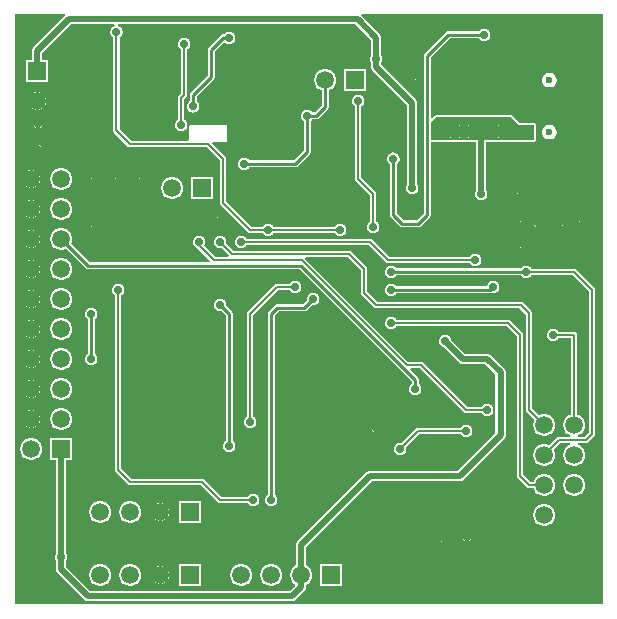
<source format=gbl>
G04 Layer_Physical_Order=2*
G04 Layer_Color=16711680*
%FSLAX25Y25*%
%MOIN*%
G70*
G01*
G75*
%ADD37C,0.00800*%
%ADD38C,0.01000*%
%ADD39C,0.02000*%
%ADD40R,0.05905X0.05905*%
%ADD41C,0.05905*%
%ADD42C,0.02362*%
%ADD43R,0.05905X0.05905*%
%ADD44C,0.02756*%
G36*
X196040Y354D02*
X195686Y-0D01*
X10Y-0D01*
X10Y196660D01*
X16635D01*
X16799Y196348D01*
X16824Y196160D01*
X6272Y185608D01*
X6060Y185349D01*
X5902Y185054D01*
X5805Y184733D01*
X5772Y184400D01*
Y181453D01*
X3827D01*
Y174147D01*
X11133D01*
Y181453D01*
X9188D01*
Y183692D01*
X18788Y193292D01*
X33265D01*
X33324Y192792D01*
X33285Y192782D01*
X32983Y192657D01*
X32704Y192486D01*
X32455Y192274D01*
X32243Y192025D01*
X32072Y191746D01*
X31946Y191444D01*
X31870Y191126D01*
X31844Y190800D01*
X31870Y190474D01*
X31946Y190156D01*
X32072Y189854D01*
X32243Y189575D01*
X32455Y189326D01*
X32704Y189114D01*
X32819Y189043D01*
Y157951D01*
X32857Y157664D01*
X32968Y157396D01*
X33144Y157167D01*
X37731Y152580D01*
X37961Y152404D01*
X38228Y152293D01*
X38515Y152255D01*
X64020D01*
X68370Y147905D01*
Y133800D01*
X68408Y133513D01*
X68519Y133245D01*
X68695Y133016D01*
X77696Y124015D01*
X77925Y123839D01*
X78193Y123728D01*
X78480Y123690D01*
X82723D01*
X82794Y123575D01*
X83006Y123326D01*
X83255Y123114D01*
X83534Y122943D01*
X83836Y122818D01*
X84154Y122741D01*
X84480Y122716D01*
X84806Y122741D01*
X85124Y122818D01*
X85426Y122943D01*
X85705Y123114D01*
X85954Y123326D01*
X86166Y123575D01*
X86237Y123690D01*
X106723D01*
X106794Y123575D01*
X107006Y123326D01*
X107255Y123114D01*
X107534Y122943D01*
X107836Y122818D01*
X108154Y122741D01*
X108480Y122716D01*
X108806Y122741D01*
X109124Y122818D01*
X109426Y122943D01*
X109705Y123114D01*
X109954Y123326D01*
X110166Y123575D01*
X110337Y123854D01*
X110462Y124156D01*
X110539Y124474D01*
X110564Y124800D01*
X110539Y125126D01*
X110462Y125444D01*
X110337Y125746D01*
X110166Y126025D01*
X109954Y126274D01*
X109705Y126486D01*
X109426Y126657D01*
X109124Y126782D01*
X108806Y126859D01*
X108480Y126884D01*
X108154Y126859D01*
X107836Y126782D01*
X107534Y126657D01*
X107255Y126486D01*
X107006Y126274D01*
X106794Y126025D01*
X106723Y125909D01*
X86237D01*
X86166Y126025D01*
X85954Y126274D01*
X85705Y126486D01*
X85426Y126657D01*
X85124Y126782D01*
X84806Y126859D01*
X84480Y126884D01*
X84154Y126859D01*
X83836Y126782D01*
X83534Y126657D01*
X83255Y126486D01*
X83006Y126274D01*
X82794Y126025D01*
X82723Y125909D01*
X78940D01*
X70590Y134260D01*
Y148365D01*
X70552Y148652D01*
X70441Y148919D01*
X70265Y149149D01*
X65819Y153595D01*
X66010Y154057D01*
X69980D01*
X70214Y154088D01*
X70432Y154178D01*
X70620Y154322D01*
X70763Y154509D01*
X70854Y154727D01*
X70885Y154961D01*
Y158961D01*
X70854Y159195D01*
X70763Y159414D01*
X70620Y159601D01*
X70432Y159745D01*
X70214Y159835D01*
X69980Y159866D01*
X58980D01*
X58746Y159835D01*
X58528Y159745D01*
X58340Y159601D01*
X58197Y159414D01*
X58106Y159195D01*
X58075Y158961D01*
Y154961D01*
X57755Y154524D01*
X57670Y154474D01*
X38975D01*
X35038Y158411D01*
Y189043D01*
X35154Y189114D01*
X35403Y189326D01*
X35615Y189575D01*
X35786Y189854D01*
X35911Y190156D01*
X35987Y190474D01*
X36013Y190800D01*
X35987Y191126D01*
X35911Y191444D01*
X35786Y191746D01*
X35615Y192025D01*
X35403Y192274D01*
X35154Y192486D01*
X34875Y192657D01*
X34573Y192782D01*
X34534Y192792D01*
X34593Y193292D01*
X113572D01*
X118772Y188092D01*
Y182989D01*
X118623Y182746D01*
X118498Y182444D01*
X118421Y182126D01*
X118396Y181800D01*
X118421Y181474D01*
X118498Y181156D01*
X118623Y180854D01*
X118772Y180611D01*
Y179204D01*
X118805Y178871D01*
X118902Y178551D01*
X119060Y178255D01*
X119272Y177997D01*
X130772Y166497D01*
Y139989D01*
X130623Y139746D01*
X130498Y139444D01*
X130421Y139126D01*
X130396Y138800D01*
X130421Y138474D01*
X130498Y138156D01*
X130623Y137854D01*
X130794Y137575D01*
X131006Y137326D01*
X131255Y137114D01*
X131534Y136943D01*
X131836Y136818D01*
X132154Y136741D01*
X132480Y136716D01*
X132806Y136741D01*
X133124Y136818D01*
X133426Y136943D01*
X133705Y137114D01*
X133954Y137326D01*
X134166Y137575D01*
X134337Y137854D01*
X134462Y138156D01*
X134539Y138474D01*
X134564Y138800D01*
X134539Y139126D01*
X134462Y139444D01*
X134337Y139746D01*
X134188Y139989D01*
Y167204D01*
X134155Y167538D01*
X134058Y167858D01*
X133900Y168154D01*
X133688Y168412D01*
X122188Y179912D01*
Y180611D01*
X122337Y180854D01*
X122462Y181156D01*
X122539Y181474D01*
X122564Y181800D01*
X122539Y182126D01*
X122462Y182444D01*
X122337Y182746D01*
X122188Y182989D01*
Y188800D01*
X122155Y189133D01*
X122058Y189454D01*
X121900Y189749D01*
X121688Y190008D01*
X115536Y196160D01*
X115561Y196348D01*
X115725Y196660D01*
X196025Y196660D01*
X196040Y354D01*
D02*
G37*
%LPC*%
G36*
X15480Y105461D02*
X15002Y105429D01*
X14533Y105336D01*
X14079Y105182D01*
X13650Y104970D01*
X13252Y104704D01*
X12892Y104388D01*
X12576Y104028D01*
X12310Y103630D01*
X12098Y103201D01*
X11944Y102747D01*
X11851Y102278D01*
X11819Y101800D01*
X11851Y101322D01*
X11944Y100853D01*
X12098Y100399D01*
X12310Y99970D01*
X12576Y99572D01*
X12892Y99212D01*
X13252Y98896D01*
X13650Y98630D01*
X14079Y98418D01*
X14533Y98264D01*
X15002Y98171D01*
X15480Y98139D01*
X15958Y98171D01*
X16427Y98264D01*
X16881Y98418D01*
X17310Y98630D01*
X17708Y98896D01*
X18068Y99212D01*
X18384Y99572D01*
X18650Y99970D01*
X18862Y100399D01*
X19016Y100853D01*
X19109Y101322D01*
X19141Y101800D01*
X19109Y102278D01*
X19016Y102747D01*
X18862Y103201D01*
X18650Y103630D01*
X18384Y104028D01*
X18068Y104388D01*
X17708Y104704D01*
X17310Y104970D01*
X16881Y105182D01*
X16427Y105336D01*
X15958Y105429D01*
X15480Y105461D01*
D02*
G37*
G36*
X4980Y101300D02*
X2563D01*
X2663Y100885D01*
X2841Y100455D01*
X3084Y100059D01*
X3386Y99706D01*
X3739Y99404D01*
X4135Y99161D01*
X4565Y98983D01*
X4980Y98883D01*
Y101300D01*
D02*
G37*
G36*
X5980Y94717D02*
Y92300D01*
X8397D01*
X8297Y92715D01*
X8119Y93145D01*
X7876Y93541D01*
X7574Y93894D01*
X7221Y94196D01*
X6825Y94439D01*
X6395Y94617D01*
X5980Y94717D01*
D02*
G37*
G36*
X8397Y91300D02*
X5980D01*
Y88883D01*
X6395Y88983D01*
X6825Y89161D01*
X7221Y89404D01*
X7574Y89706D01*
X7876Y90059D01*
X8119Y90455D01*
X8297Y90885D01*
X8397Y91300D01*
D02*
G37*
G36*
X4980Y94717D02*
X4565Y94617D01*
X4135Y94439D01*
X3739Y94196D01*
X3386Y93894D01*
X3084Y93541D01*
X2841Y93145D01*
X2663Y92715D01*
X2563Y92300D01*
X4980D01*
Y94717D01*
D02*
G37*
G36*
X8397Y101300D02*
X5980D01*
Y98883D01*
X6395Y98983D01*
X6825Y99161D01*
X7221Y99404D01*
X7574Y99706D01*
X7876Y100059D01*
X8119Y100455D01*
X8297Y100885D01*
X8397Y101300D01*
D02*
G37*
G36*
X93480Y107884D02*
X93154Y107859D01*
X92836Y107782D01*
X92534Y107657D01*
X92255Y107486D01*
X92006Y107274D01*
X91794Y107025D01*
X91723Y106910D01*
X87480D01*
X87193Y106872D01*
X86925Y106761D01*
X86695Y106585D01*
X77696Y97584D01*
X77519Y97355D01*
X77408Y97087D01*
X77371Y96800D01*
Y62557D01*
X77255Y62486D01*
X77006Y62274D01*
X76794Y62025D01*
X76623Y61746D01*
X76498Y61444D01*
X76421Y61126D01*
X76396Y60800D01*
X76421Y60474D01*
X76498Y60156D01*
X76623Y59854D01*
X76794Y59575D01*
X77006Y59326D01*
X77255Y59114D01*
X77534Y58943D01*
X77836Y58818D01*
X78154Y58741D01*
X78480Y58716D01*
X78806Y58741D01*
X79124Y58818D01*
X79426Y58943D01*
X79705Y59114D01*
X79954Y59326D01*
X80166Y59575D01*
X80337Y59854D01*
X80462Y60156D01*
X80539Y60474D01*
X80564Y60800D01*
X80539Y61126D01*
X80462Y61444D01*
X80337Y61746D01*
X80166Y62025D01*
X79954Y62274D01*
X79705Y62486D01*
X79589Y62557D01*
Y96340D01*
X87940Y104691D01*
X91723D01*
X91794Y104575D01*
X92006Y104326D01*
X92255Y104114D01*
X92534Y103943D01*
X92836Y103818D01*
X93154Y103741D01*
X93480Y103716D01*
X93806Y103741D01*
X94124Y103818D01*
X94426Y103943D01*
X94705Y104114D01*
X94954Y104326D01*
X95166Y104575D01*
X95337Y104854D01*
X95462Y105156D01*
X95539Y105474D01*
X95564Y105800D01*
X95539Y106126D01*
X95462Y106444D01*
X95337Y106746D01*
X95166Y107025D01*
X94954Y107274D01*
X94705Y107486D01*
X94426Y107657D01*
X94124Y107782D01*
X93806Y107859D01*
X93480Y107884D01*
D02*
G37*
G36*
X159480D02*
X159154Y107859D01*
X158836Y107782D01*
X158534Y107657D01*
X158255Y107486D01*
X158006Y107274D01*
X157794Y107025D01*
X157623Y106746D01*
X157498Y106444D01*
X157421Y106126D01*
X157412Y106006D01*
X127178D01*
X127166Y106025D01*
X126954Y106274D01*
X126705Y106486D01*
X126426Y106657D01*
X126124Y106782D01*
X125806Y106859D01*
X125480Y106884D01*
X125154Y106859D01*
X124836Y106782D01*
X124534Y106657D01*
X124255Y106486D01*
X124006Y106274D01*
X123794Y106025D01*
X123623Y105746D01*
X123498Y105444D01*
X123421Y105126D01*
X123396Y104800D01*
X123421Y104474D01*
X123498Y104156D01*
X123623Y103854D01*
X123794Y103575D01*
X124006Y103326D01*
X124255Y103114D01*
X124534Y102943D01*
X124836Y102818D01*
X125154Y102741D01*
X125480Y102716D01*
X125806Y102741D01*
X126124Y102818D01*
X126426Y102943D01*
X126705Y103114D01*
X126954Y103326D01*
X127166Y103575D01*
X127178Y103594D01*
X158480D01*
X158480Y103594D01*
X158715Y103617D01*
X158941Y103686D01*
X159079Y103759D01*
X159154Y103741D01*
X159480Y103716D01*
X159806Y103741D01*
X160124Y103818D01*
X160426Y103943D01*
X160705Y104114D01*
X160954Y104326D01*
X161166Y104575D01*
X161337Y104854D01*
X161462Y105156D01*
X161539Y105474D01*
X161564Y105800D01*
X161539Y106126D01*
X161462Y106444D01*
X161337Y106746D01*
X161166Y107025D01*
X160954Y107274D01*
X160705Y107486D01*
X160426Y107657D01*
X160124Y107782D01*
X159806Y107859D01*
X159480Y107884D01*
D02*
G37*
G36*
X5980Y104717D02*
Y102300D01*
X8397D01*
X8297Y102715D01*
X8119Y103145D01*
X7876Y103541D01*
X7574Y103894D01*
X7221Y104196D01*
X6825Y104439D01*
X6395Y104617D01*
X5980Y104717D01*
D02*
G37*
G36*
X99480Y103884D02*
X99154Y103859D01*
X98836Y103782D01*
X98534Y103657D01*
X98255Y103486D01*
X98006Y103274D01*
X97794Y103025D01*
X97623Y102746D01*
X97498Y102444D01*
X97421Y102126D01*
X97396Y101800D01*
X97421Y101474D01*
X97427Y101452D01*
X95981Y100006D01*
X87480D01*
X87480Y100006D01*
X87245Y99983D01*
X87019Y99914D01*
X86810Y99803D01*
X86627Y99653D01*
X86627Y99653D01*
X84627Y97653D01*
X84477Y97470D01*
X84366Y97261D01*
X84297Y97035D01*
X84274Y96800D01*
X84274Y96800D01*
Y36498D01*
X84255Y36486D01*
X84006Y36274D01*
X83794Y36025D01*
X83623Y35746D01*
X83498Y35444D01*
X83421Y35126D01*
X83396Y34800D01*
X83421Y34474D01*
X83498Y34156D01*
X83623Y33854D01*
X83794Y33575D01*
X84006Y33326D01*
X84255Y33114D01*
X84534Y32943D01*
X84836Y32818D01*
X85154Y32741D01*
X85480Y32716D01*
X85806Y32741D01*
X86124Y32818D01*
X86426Y32943D01*
X86705Y33114D01*
X86954Y33326D01*
X87166Y33575D01*
X87337Y33854D01*
X87462Y34156D01*
X87539Y34474D01*
X87564Y34800D01*
X87539Y35126D01*
X87462Y35444D01*
X87337Y35746D01*
X87166Y36025D01*
X86954Y36274D01*
X86705Y36486D01*
X86686Y36498D01*
Y96301D01*
X87980Y97594D01*
X96480D01*
X96480Y97594D01*
X96715Y97617D01*
X96941Y97686D01*
X97150Y97797D01*
X97333Y97947D01*
X99132Y99747D01*
X99154Y99741D01*
X99480Y99716D01*
X99806Y99741D01*
X100124Y99818D01*
X100426Y99943D01*
X100705Y100114D01*
X100954Y100326D01*
X101166Y100575D01*
X101337Y100854D01*
X101462Y101156D01*
X101539Y101474D01*
X101564Y101800D01*
X101539Y102126D01*
X101462Y102444D01*
X101337Y102746D01*
X101166Y103025D01*
X100954Y103274D01*
X100705Y103486D01*
X100426Y103657D01*
X100124Y103782D01*
X99806Y103859D01*
X99480Y103884D01*
D02*
G37*
G36*
X4980Y104717D02*
X4565Y104617D01*
X4135Y104439D01*
X3739Y104196D01*
X3386Y103894D01*
X3084Y103541D01*
X2841Y103145D01*
X2663Y102715D01*
X2563Y102300D01*
X4980D01*
Y104717D01*
D02*
G37*
G36*
X5980Y74717D02*
Y72300D01*
X8397D01*
X8297Y72715D01*
X8119Y73145D01*
X7876Y73541D01*
X7574Y73894D01*
X7221Y74196D01*
X6825Y74439D01*
X6395Y74617D01*
X5980Y74717D01*
D02*
G37*
G36*
X15480Y85461D02*
X15002Y85429D01*
X14533Y85336D01*
X14079Y85182D01*
X13650Y84970D01*
X13252Y84704D01*
X12892Y84388D01*
X12576Y84028D01*
X12310Y83630D01*
X12098Y83201D01*
X11944Y82747D01*
X11851Y82278D01*
X11819Y81800D01*
X11851Y81322D01*
X11944Y80853D01*
X12098Y80399D01*
X12310Y79970D01*
X12576Y79572D01*
X12892Y79212D01*
X13252Y78896D01*
X13650Y78630D01*
X14079Y78418D01*
X14533Y78264D01*
X15002Y78171D01*
X15480Y78139D01*
X15958Y78171D01*
X16427Y78264D01*
X16881Y78418D01*
X17310Y78630D01*
X17708Y78896D01*
X18068Y79212D01*
X18384Y79572D01*
X18650Y79970D01*
X18862Y80399D01*
X19016Y80853D01*
X19109Y81322D01*
X19141Y81800D01*
X19109Y82278D01*
X19016Y82747D01*
X18862Y83201D01*
X18650Y83630D01*
X18384Y84028D01*
X18068Y84388D01*
X17708Y84704D01*
X17310Y84970D01*
X16881Y85182D01*
X16427Y85336D01*
X15958Y85429D01*
X15480Y85461D01*
D02*
G37*
G36*
X4980Y81300D02*
X2563D01*
X2663Y80885D01*
X2841Y80455D01*
X3084Y80059D01*
X3386Y79706D01*
X3739Y79404D01*
X4135Y79161D01*
X4565Y78983D01*
X4980Y78883D01*
Y81300D01*
D02*
G37*
G36*
Y71300D02*
X2563D01*
X2663Y70885D01*
X2841Y70455D01*
X3084Y70059D01*
X3386Y69706D01*
X3739Y69404D01*
X4135Y69161D01*
X4565Y68983D01*
X4980Y68883D01*
Y71300D01*
D02*
G37*
G36*
X8397D02*
X5980D01*
Y68883D01*
X6395Y68983D01*
X6825Y69161D01*
X7221Y69404D01*
X7574Y69706D01*
X7876Y70059D01*
X8119Y70455D01*
X8297Y70885D01*
X8397Y71300D01*
D02*
G37*
G36*
X4980Y74717D02*
X4565Y74617D01*
X4135Y74439D01*
X3739Y74196D01*
X3386Y73894D01*
X3084Y73541D01*
X2841Y73145D01*
X2663Y72715D01*
X2563Y72300D01*
X4980D01*
Y74717D01*
D02*
G37*
G36*
X5980Y84717D02*
Y82300D01*
X8397D01*
X8297Y82715D01*
X8119Y83145D01*
X7876Y83541D01*
X7574Y83894D01*
X7221Y84196D01*
X6825Y84439D01*
X6395Y84617D01*
X5980Y84717D01*
D02*
G37*
G36*
X15480Y95461D02*
X15002Y95429D01*
X14533Y95336D01*
X14079Y95182D01*
X13650Y94970D01*
X13252Y94704D01*
X12892Y94388D01*
X12576Y94028D01*
X12310Y93630D01*
X12098Y93201D01*
X11944Y92747D01*
X11851Y92278D01*
X11819Y91800D01*
X11851Y91322D01*
X11944Y90853D01*
X12098Y90399D01*
X12310Y89970D01*
X12576Y89572D01*
X12892Y89212D01*
X13252Y88896D01*
X13650Y88630D01*
X14079Y88418D01*
X14533Y88264D01*
X15002Y88171D01*
X15480Y88139D01*
X15958Y88171D01*
X16427Y88264D01*
X16881Y88418D01*
X17310Y88630D01*
X17708Y88896D01*
X18068Y89212D01*
X18384Y89572D01*
X18650Y89970D01*
X18862Y90399D01*
X19016Y90853D01*
X19109Y91322D01*
X19141Y91800D01*
X19109Y92278D01*
X19016Y92747D01*
X18862Y93201D01*
X18650Y93630D01*
X18384Y94028D01*
X18068Y94388D01*
X17708Y94704D01*
X17310Y94970D01*
X16881Y95182D01*
X16427Y95336D01*
X15958Y95429D01*
X15480Y95461D01*
D02*
G37*
G36*
X4980Y91300D02*
X2563D01*
X2663Y90885D01*
X2841Y90455D01*
X3084Y90059D01*
X3386Y89706D01*
X3739Y89404D01*
X4135Y89161D01*
X4565Y88983D01*
X4980Y88883D01*
Y91300D01*
D02*
G37*
G36*
X8397Y81300D02*
X5980D01*
Y78883D01*
X6395Y78983D01*
X6825Y79161D01*
X7221Y79404D01*
X7574Y79706D01*
X7876Y80059D01*
X8119Y80455D01*
X8297Y80885D01*
X8397Y81300D01*
D02*
G37*
G36*
X25480Y98884D02*
X25154Y98859D01*
X24836Y98782D01*
X24534Y98657D01*
X24255Y98486D01*
X24006Y98274D01*
X23794Y98025D01*
X23623Y97746D01*
X23498Y97444D01*
X23421Y97126D01*
X23396Y96800D01*
X23421Y96474D01*
X23498Y96156D01*
X23623Y95854D01*
X23794Y95575D01*
X24006Y95326D01*
X24255Y95114D01*
X24274Y95102D01*
Y83498D01*
X24255Y83486D01*
X24006Y83274D01*
X23794Y83025D01*
X23623Y82746D01*
X23498Y82444D01*
X23421Y82126D01*
X23396Y81800D01*
X23421Y81474D01*
X23498Y81156D01*
X23623Y80854D01*
X23794Y80575D01*
X24006Y80326D01*
X24255Y80114D01*
X24534Y79943D01*
X24836Y79818D01*
X25154Y79741D01*
X25480Y79716D01*
X25806Y79741D01*
X26124Y79818D01*
X26426Y79943D01*
X26705Y80114D01*
X26954Y80326D01*
X27166Y80575D01*
X27337Y80854D01*
X27462Y81156D01*
X27539Y81474D01*
X27564Y81800D01*
X27539Y82126D01*
X27462Y82444D01*
X27337Y82746D01*
X27166Y83025D01*
X26954Y83274D01*
X26705Y83486D01*
X26686Y83498D01*
Y95102D01*
X26705Y95114D01*
X26954Y95326D01*
X27166Y95575D01*
X27337Y95854D01*
X27462Y96156D01*
X27539Y96474D01*
X27564Y96800D01*
X27539Y97126D01*
X27462Y97444D01*
X27337Y97746D01*
X27166Y98025D01*
X26954Y98274D01*
X26705Y98486D01*
X26426Y98657D01*
X26124Y98782D01*
X25806Y98859D01*
X25480Y98884D01*
D02*
G37*
G36*
X4980Y84717D02*
X4565Y84617D01*
X4135Y84439D01*
X3739Y84196D01*
X3386Y83894D01*
X3084Y83541D01*
X2841Y83145D01*
X2663Y82715D01*
X2563Y82300D01*
X4980D01*
Y84717D01*
D02*
G37*
G36*
X114480Y169884D02*
X114154Y169859D01*
X113836Y169782D01*
X113534Y169657D01*
X113255Y169486D01*
X113006Y169274D01*
X112794Y169025D01*
X112623Y168746D01*
X112498Y168444D01*
X112421Y168126D01*
X112396Y167800D01*
X112421Y167474D01*
X112498Y167156D01*
X112623Y166854D01*
X112794Y166575D01*
X113006Y166326D01*
X113255Y166114D01*
X113371Y166043D01*
Y141800D01*
X113408Y141513D01*
X113519Y141245D01*
X113696Y141016D01*
X118370Y136340D01*
Y127557D01*
X118255Y127486D01*
X118006Y127274D01*
X117794Y127025D01*
X117623Y126746D01*
X117498Y126444D01*
X117421Y126126D01*
X117396Y125800D01*
X117421Y125474D01*
X117498Y125156D01*
X117623Y124854D01*
X117794Y124575D01*
X118006Y124326D01*
X118255Y124114D01*
X118534Y123943D01*
X118836Y123818D01*
X119154Y123741D01*
X119480Y123716D01*
X119806Y123741D01*
X120124Y123818D01*
X120426Y123943D01*
X120705Y124114D01*
X120954Y124326D01*
X121166Y124575D01*
X121337Y124854D01*
X121462Y125156D01*
X121539Y125474D01*
X121564Y125800D01*
X121539Y126126D01*
X121462Y126444D01*
X121337Y126746D01*
X121166Y127025D01*
X120954Y127274D01*
X120705Y127486D01*
X120589Y127557D01*
Y136800D01*
X120552Y137087D01*
X120441Y137355D01*
X120264Y137584D01*
X115589Y142260D01*
Y166043D01*
X115705Y166114D01*
X115954Y166326D01*
X116166Y166575D01*
X116337Y166854D01*
X116462Y167156D01*
X116539Y167474D01*
X116564Y167800D01*
X116539Y168126D01*
X116462Y168444D01*
X116337Y168746D01*
X116166Y169025D01*
X115954Y169274D01*
X115705Y169486D01*
X115426Y169657D01*
X115124Y169782D01*
X114806Y169859D01*
X114480Y169884D01*
D02*
G37*
G36*
X23980Y126300D02*
X23192D01*
X23201Y126270D01*
X23329Y126031D01*
X23501Y125821D01*
X23711Y125649D01*
X23950Y125521D01*
X23980Y125512D01*
Y126300D01*
D02*
G37*
G36*
X25768D02*
X24980D01*
Y125512D01*
X25010Y125521D01*
X25249Y125649D01*
X25459Y125821D01*
X25631Y126031D01*
X25759Y126270D01*
X25768Y126300D01*
D02*
G37*
G36*
X167980Y121088D02*
Y120300D01*
X168768D01*
X168759Y120330D01*
X168631Y120569D01*
X168459Y120779D01*
X168249Y120951D01*
X168010Y121079D01*
X167980Y121088D01*
D02*
G37*
G36*
X4980Y124717D02*
X4565Y124617D01*
X4135Y124439D01*
X3739Y124196D01*
X3386Y123894D01*
X3084Y123541D01*
X2841Y123145D01*
X2663Y122715D01*
X2563Y122300D01*
X4980D01*
Y124717D01*
D02*
G37*
G36*
X5980D02*
Y122300D01*
X8397D01*
X8297Y122715D01*
X8119Y123145D01*
X7876Y123541D01*
X7574Y123894D01*
X7221Y124196D01*
X6825Y124439D01*
X6395Y124617D01*
X5980Y124717D01*
D02*
G37*
G36*
X190668Y126400D02*
X189880D01*
Y125612D01*
X189910Y125621D01*
X190149Y125749D01*
X190359Y125921D01*
X190531Y126131D01*
X190659Y126370D01*
X190668Y126400D01*
D02*
G37*
G36*
X173780Y126500D02*
X172992D01*
X173001Y126470D01*
X173129Y126231D01*
X173301Y126021D01*
X173511Y125849D01*
X173750Y125721D01*
X173780Y125712D01*
Y126500D01*
D02*
G37*
G36*
X175568D02*
X174780D01*
Y125712D01*
X174810Y125721D01*
X175049Y125849D01*
X175259Y126021D01*
X175431Y126231D01*
X175559Y126470D01*
X175568Y126500D01*
D02*
G37*
G36*
X166980Y126400D02*
X166192D01*
X166201Y126370D01*
X166329Y126131D01*
X166501Y125921D01*
X166711Y125749D01*
X166950Y125621D01*
X166980Y125612D01*
Y126400D01*
D02*
G37*
G36*
X168768D02*
X167980D01*
Y125612D01*
X168010Y125621D01*
X168249Y125749D01*
X168459Y125921D01*
X168631Y126131D01*
X168759Y126370D01*
X168768Y126400D01*
D02*
G37*
G36*
X188880D02*
X188092D01*
X188101Y126370D01*
X188229Y126131D01*
X188401Y125921D01*
X188611Y125749D01*
X188850Y125621D01*
X188880Y125612D01*
Y126400D01*
D02*
G37*
G36*
X170480Y112884D02*
X170154Y112859D01*
X169836Y112782D01*
X169534Y112657D01*
X169255Y112486D01*
X169006Y112274D01*
X168794Y112025D01*
X168782Y112006D01*
X127178D01*
X127166Y112025D01*
X126954Y112274D01*
X126705Y112486D01*
X126426Y112657D01*
X126124Y112782D01*
X125806Y112859D01*
X125480Y112884D01*
X125154Y112859D01*
X124836Y112782D01*
X124534Y112657D01*
X124255Y112486D01*
X124006Y112274D01*
X123794Y112025D01*
X123623Y111746D01*
X123498Y111444D01*
X123421Y111126D01*
X123396Y110800D01*
X123421Y110474D01*
X123498Y110156D01*
X123623Y109854D01*
X123794Y109575D01*
X124006Y109326D01*
X124255Y109114D01*
X124534Y108943D01*
X124836Y108818D01*
X125154Y108741D01*
X125480Y108716D01*
X125806Y108741D01*
X126124Y108818D01*
X126426Y108943D01*
X126705Y109114D01*
X126954Y109326D01*
X127166Y109575D01*
X127178Y109594D01*
X168782D01*
X168794Y109575D01*
X169006Y109326D01*
X169255Y109114D01*
X169534Y108943D01*
X169836Y108818D01*
X170154Y108741D01*
X170480Y108716D01*
X170806Y108741D01*
X171124Y108818D01*
X171426Y108943D01*
X171705Y109114D01*
X171954Y109326D01*
X172166Y109575D01*
X172237Y109690D01*
X186020D01*
X191370Y104340D01*
Y57260D01*
X190020Y55910D01*
X187938D01*
X187856Y56410D01*
X187881Y56418D01*
X188310Y56630D01*
X188708Y56896D01*
X189068Y57212D01*
X189384Y57572D01*
X189650Y57970D01*
X189862Y58399D01*
X190016Y58853D01*
X190109Y59322D01*
X190141Y59800D01*
X190109Y60278D01*
X190016Y60747D01*
X189862Y61201D01*
X189650Y61630D01*
X189384Y62028D01*
X189068Y62388D01*
X188708Y62704D01*
X188310Y62970D01*
X187881Y63182D01*
X187590Y63281D01*
Y89800D01*
X187552Y90087D01*
X187441Y90355D01*
X187265Y90584D01*
X187035Y90761D01*
X186767Y90872D01*
X186480Y90909D01*
X181237D01*
X181166Y91025D01*
X180954Y91274D01*
X180705Y91486D01*
X180426Y91657D01*
X180124Y91782D01*
X179806Y91859D01*
X179480Y91884D01*
X179154Y91859D01*
X178836Y91782D01*
X178534Y91657D01*
X178255Y91486D01*
X178006Y91274D01*
X177794Y91025D01*
X177623Y90746D01*
X177498Y90444D01*
X177421Y90126D01*
X177396Y89800D01*
X177421Y89474D01*
X177498Y89156D01*
X177623Y88854D01*
X177794Y88575D01*
X178006Y88326D01*
X178255Y88114D01*
X178534Y87943D01*
X178836Y87818D01*
X179154Y87741D01*
X179480Y87716D01*
X179806Y87741D01*
X180124Y87818D01*
X180426Y87943D01*
X180705Y88114D01*
X180954Y88326D01*
X181166Y88575D01*
X181237Y88691D01*
X185371D01*
Y63281D01*
X185079Y63182D01*
X184650Y62970D01*
X184252Y62704D01*
X183892Y62388D01*
X183576Y62028D01*
X183310Y61630D01*
X183098Y61201D01*
X182944Y60747D01*
X182851Y60278D01*
X182819Y59800D01*
X182851Y59322D01*
X182944Y58853D01*
X183098Y58399D01*
X183310Y57970D01*
X183576Y57572D01*
X183892Y57212D01*
X184252Y56896D01*
X184650Y56630D01*
X185079Y56418D01*
X185104Y56410D01*
X185022Y55910D01*
X181480D01*
X181193Y55872D01*
X180925Y55761D01*
X180695Y55585D01*
X178157Y53046D01*
X177881Y53182D01*
X177427Y53336D01*
X176958Y53429D01*
X176480Y53461D01*
X176002Y53429D01*
X175533Y53336D01*
X175079Y53182D01*
X174650Y52970D01*
X174252Y52704D01*
X173892Y52388D01*
X173576Y52028D01*
X173310Y51630D01*
X173098Y51201D01*
X172944Y50747D01*
X172851Y50278D01*
X172819Y49800D01*
X172851Y49322D01*
X172944Y48853D01*
X173098Y48399D01*
X173310Y47970D01*
X173576Y47572D01*
X173892Y47212D01*
X174252Y46896D01*
X174650Y46630D01*
X175079Y46418D01*
X175533Y46264D01*
X176002Y46171D01*
X176480Y46139D01*
X176958Y46171D01*
X177427Y46264D01*
X177881Y46418D01*
X178310Y46630D01*
X178708Y46896D01*
X179068Y47212D01*
X179384Y47572D01*
X179650Y47970D01*
X179862Y48399D01*
X180016Y48853D01*
X180109Y49322D01*
X180141Y49800D01*
X180109Y50278D01*
X180016Y50747D01*
X179862Y51201D01*
X179726Y51477D01*
X181940Y53690D01*
X185022D01*
X185104Y53190D01*
X185079Y53182D01*
X184650Y52970D01*
X184252Y52704D01*
X183892Y52388D01*
X183576Y52028D01*
X183310Y51630D01*
X183098Y51201D01*
X182944Y50747D01*
X182851Y50278D01*
X182819Y49800D01*
X182851Y49322D01*
X182944Y48853D01*
X183098Y48399D01*
X183310Y47970D01*
X183576Y47572D01*
X183892Y47212D01*
X184252Y46896D01*
X184650Y46630D01*
X185079Y46418D01*
X185533Y46264D01*
X186002Y46171D01*
X186480Y46139D01*
X186958Y46171D01*
X187427Y46264D01*
X187881Y46418D01*
X188310Y46630D01*
X188708Y46896D01*
X189068Y47212D01*
X189384Y47572D01*
X189650Y47970D01*
X189862Y48399D01*
X190016Y48853D01*
X190109Y49322D01*
X190141Y49800D01*
X190109Y50278D01*
X190016Y50747D01*
X189862Y51201D01*
X189650Y51630D01*
X189384Y52028D01*
X189068Y52388D01*
X188708Y52704D01*
X188310Y52970D01*
X187881Y53182D01*
X187856Y53190D01*
X187938Y53690D01*
X190480D01*
X190767Y53728D01*
X191035Y53839D01*
X191264Y54015D01*
X193264Y56015D01*
X193441Y56245D01*
X193552Y56513D01*
X193589Y56800D01*
Y104800D01*
X193552Y105087D01*
X193441Y105355D01*
X193264Y105585D01*
X187265Y111584D01*
X187035Y111761D01*
X186767Y111872D01*
X186480Y111909D01*
X172237D01*
X172166Y112025D01*
X171954Y112274D01*
X171705Y112486D01*
X171426Y112657D01*
X171124Y112782D01*
X170806Y112859D01*
X170480Y112884D01*
D02*
G37*
G36*
X4980Y114717D02*
X4565Y114617D01*
X4135Y114439D01*
X3739Y114196D01*
X3386Y113894D01*
X3084Y113541D01*
X2841Y113145D01*
X2663Y112715D01*
X2563Y112300D01*
X4980D01*
Y114717D01*
D02*
G37*
G36*
X5980D02*
Y112300D01*
X8397D01*
X8297Y112715D01*
X8119Y113145D01*
X7876Y113541D01*
X7574Y113894D01*
X7221Y114196D01*
X6825Y114439D01*
X6395Y114617D01*
X5980Y114717D01*
D02*
G37*
G36*
X15480Y115461D02*
X15002Y115429D01*
X14533Y115336D01*
X14079Y115182D01*
X13650Y114970D01*
X13252Y114704D01*
X12892Y114388D01*
X12576Y114028D01*
X12310Y113630D01*
X12098Y113201D01*
X11944Y112747D01*
X11851Y112278D01*
X11819Y111800D01*
X11851Y111322D01*
X11944Y110853D01*
X12098Y110399D01*
X12310Y109970D01*
X12576Y109572D01*
X12892Y109212D01*
X13252Y108896D01*
X13650Y108630D01*
X14079Y108418D01*
X14533Y108264D01*
X15002Y108171D01*
X15480Y108139D01*
X15958Y108171D01*
X16427Y108264D01*
X16881Y108418D01*
X17310Y108630D01*
X17708Y108896D01*
X18068Y109212D01*
X18384Y109572D01*
X18650Y109970D01*
X18862Y110399D01*
X19016Y110853D01*
X19109Y111322D01*
X19141Y111800D01*
X19109Y112278D01*
X19016Y112747D01*
X18862Y113201D01*
X18650Y113630D01*
X18384Y114028D01*
X18068Y114388D01*
X17708Y114704D01*
X17310Y114970D01*
X16881Y115182D01*
X16427Y115336D01*
X15958Y115429D01*
X15480Y115461D01*
D02*
G37*
G36*
X4980Y111300D02*
X2563D01*
X2663Y110885D01*
X2841Y110455D01*
X3084Y110059D01*
X3386Y109706D01*
X3739Y109404D01*
X4135Y109161D01*
X4565Y108983D01*
X4980Y108883D01*
Y111300D01*
D02*
G37*
G36*
X8397D02*
X5980D01*
Y108883D01*
X6395Y108983D01*
X6825Y109161D01*
X7221Y109404D01*
X7574Y109706D01*
X7876Y110059D01*
X8119Y110455D01*
X8297Y110885D01*
X8397Y111300D01*
D02*
G37*
G36*
X4980Y121300D02*
X2563D01*
X2663Y120885D01*
X2841Y120455D01*
X3084Y120059D01*
X3386Y119706D01*
X3739Y119404D01*
X4135Y119161D01*
X4565Y118983D01*
X4980Y118883D01*
Y121300D01*
D02*
G37*
G36*
X8397D02*
X5980D01*
Y118883D01*
X6395Y118983D01*
X6825Y119161D01*
X7221Y119404D01*
X7574Y119706D01*
X7876Y120059D01*
X8119Y120455D01*
X8297Y120885D01*
X8397Y121300D01*
D02*
G37*
G36*
X166980Y121088D02*
X166950Y121079D01*
X166711Y120951D01*
X166501Y120779D01*
X166329Y120569D01*
X166201Y120330D01*
X166192Y120300D01*
X166980D01*
Y121088D01*
D02*
G37*
G36*
X75480Y122884D02*
X75154Y122859D01*
X74836Y122782D01*
X74534Y122657D01*
X74255Y122486D01*
X74006Y122274D01*
X73794Y122025D01*
X73623Y121746D01*
X73498Y121444D01*
X73421Y121126D01*
X73396Y120800D01*
X73421Y120474D01*
X73498Y120156D01*
X73623Y119854D01*
X73794Y119575D01*
X74006Y119326D01*
X74255Y119114D01*
X74534Y118943D01*
X74836Y118818D01*
X75154Y118741D01*
X75480Y118716D01*
X75806Y118741D01*
X76124Y118818D01*
X76426Y118943D01*
X76705Y119114D01*
X76954Y119326D01*
X77166Y119575D01*
X77237Y119691D01*
X118020D01*
X123696Y114015D01*
X123925Y113839D01*
X124193Y113728D01*
X124480Y113690D01*
X151723D01*
X151794Y113575D01*
X152006Y113326D01*
X152255Y113114D01*
X152534Y112943D01*
X152836Y112818D01*
X153154Y112741D01*
X153480Y112716D01*
X153806Y112741D01*
X154124Y112818D01*
X154426Y112943D01*
X154705Y113114D01*
X154954Y113326D01*
X155166Y113575D01*
X155337Y113854D01*
X155462Y114156D01*
X155539Y114474D01*
X155564Y114800D01*
X155539Y115126D01*
X155462Y115444D01*
X155337Y115746D01*
X155166Y116025D01*
X154954Y116274D01*
X154705Y116486D01*
X154426Y116657D01*
X154124Y116782D01*
X153806Y116859D01*
X153480Y116884D01*
X153154Y116859D01*
X152836Y116782D01*
X152534Y116657D01*
X152255Y116486D01*
X152006Y116274D01*
X151794Y116025D01*
X151723Y115910D01*
X124940D01*
X119264Y121584D01*
X119035Y121761D01*
X118767Y121872D01*
X118480Y121909D01*
X77237D01*
X77166Y122025D01*
X76954Y122274D01*
X76705Y122486D01*
X76426Y122657D01*
X76124Y122782D01*
X75806Y122859D01*
X75480Y122884D01*
D02*
G37*
G36*
X166980Y119300D02*
X166192D01*
X166201Y119270D01*
X166329Y119031D01*
X166501Y118821D01*
X166711Y118649D01*
X166950Y118521D01*
X166980Y118512D01*
Y119300D01*
D02*
G37*
G36*
X168768D02*
X167980D01*
Y118512D01*
X168010Y118521D01*
X168249Y118649D01*
X168459Y118821D01*
X168631Y119031D01*
X168759Y119270D01*
X168768Y119300D01*
D02*
G37*
G36*
X142880Y23088D02*
X142850Y23079D01*
X142611Y22951D01*
X142401Y22779D01*
X142229Y22569D01*
X142101Y22330D01*
X142092Y22300D01*
X142880D01*
Y23088D01*
D02*
G37*
G36*
X143880D02*
Y22300D01*
X144668D01*
X144659Y22330D01*
X144531Y22569D01*
X144359Y22779D01*
X144149Y22951D01*
X143910Y23079D01*
X143880Y23088D01*
D02*
G37*
G36*
X150280Y23588D02*
X150250Y23579D01*
X150011Y23451D01*
X149801Y23279D01*
X149629Y23069D01*
X149501Y22830D01*
X149492Y22800D01*
X150280D01*
Y23588D01*
D02*
G37*
G36*
X144668Y21300D02*
X143880D01*
Y20512D01*
X143910Y20521D01*
X144149Y20649D01*
X144359Y20821D01*
X144531Y21031D01*
X144659Y21270D01*
X144668Y21300D01*
D02*
G37*
G36*
X150280Y21800D02*
X149492D01*
X149501Y21770D01*
X149629Y21531D01*
X149801Y21321D01*
X150011Y21149D01*
X150250Y21021D01*
X150280Y21012D01*
Y21800D01*
D02*
G37*
G36*
X152068D02*
X151280D01*
Y21012D01*
X151310Y21021D01*
X151549Y21149D01*
X151759Y21321D01*
X151931Y21531D01*
X152059Y21770D01*
X152068Y21800D01*
D02*
G37*
G36*
X189433Y29300D02*
X186980D01*
Y26847D01*
X189433D01*
Y29300D01*
D02*
G37*
G36*
X28480Y34461D02*
X28002Y34429D01*
X27533Y34336D01*
X27079Y34182D01*
X26650Y33970D01*
X26252Y33704D01*
X25892Y33388D01*
X25576Y33028D01*
X25310Y32630D01*
X25098Y32201D01*
X24944Y31747D01*
X24851Y31278D01*
X24819Y30800D01*
X24851Y30322D01*
X24944Y29853D01*
X25098Y29399D01*
X25310Y28970D01*
X25576Y28572D01*
X25892Y28212D01*
X26252Y27896D01*
X26650Y27630D01*
X27079Y27418D01*
X27533Y27264D01*
X28002Y27171D01*
X28480Y27139D01*
X28958Y27171D01*
X29427Y27264D01*
X29881Y27418D01*
X30310Y27630D01*
X30708Y27896D01*
X31068Y28212D01*
X31384Y28572D01*
X31650Y28970D01*
X31862Y29399D01*
X32016Y29853D01*
X32109Y30322D01*
X32141Y30800D01*
X32109Y31278D01*
X32016Y31747D01*
X31862Y32201D01*
X31650Y32630D01*
X31384Y33028D01*
X31068Y33388D01*
X30708Y33704D01*
X30310Y33970D01*
X29881Y34182D01*
X29427Y34336D01*
X28958Y34429D01*
X28480Y34461D01*
D02*
G37*
G36*
X38480D02*
X38002Y34429D01*
X37533Y34336D01*
X37079Y34182D01*
X36650Y33970D01*
X36252Y33704D01*
X35892Y33388D01*
X35576Y33028D01*
X35310Y32630D01*
X35098Y32201D01*
X34944Y31747D01*
X34851Y31278D01*
X34819Y30800D01*
X34851Y30322D01*
X34944Y29853D01*
X35098Y29399D01*
X35310Y28970D01*
X35576Y28572D01*
X35892Y28212D01*
X36252Y27896D01*
X36650Y27630D01*
X37079Y27418D01*
X37533Y27264D01*
X38002Y27171D01*
X38480Y27139D01*
X38958Y27171D01*
X39427Y27264D01*
X39881Y27418D01*
X40310Y27630D01*
X40708Y27896D01*
X41068Y28212D01*
X41384Y28572D01*
X41650Y28970D01*
X41862Y29399D01*
X42016Y29853D01*
X42109Y30322D01*
X42141Y30800D01*
X42109Y31278D01*
X42016Y31747D01*
X41862Y32201D01*
X41650Y32630D01*
X41384Y33028D01*
X41068Y33388D01*
X40708Y33704D01*
X40310Y33970D01*
X39881Y34182D01*
X39427Y34336D01*
X38958Y34429D01*
X38480Y34461D01*
D02*
G37*
G36*
X151280Y23588D02*
Y22800D01*
X152068D01*
X152059Y22830D01*
X151931Y23069D01*
X151759Y23279D01*
X151549Y23451D01*
X151310Y23579D01*
X151280Y23588D01*
D02*
G37*
G36*
X176480Y33461D02*
X176002Y33429D01*
X175533Y33336D01*
X175079Y33182D01*
X174650Y32970D01*
X174252Y32704D01*
X173892Y32388D01*
X173576Y32028D01*
X173310Y31630D01*
X173098Y31201D01*
X172944Y30747D01*
X172851Y30278D01*
X172819Y29800D01*
X172851Y29322D01*
X172944Y28853D01*
X173098Y28399D01*
X173310Y27970D01*
X173576Y27572D01*
X173892Y27212D01*
X174252Y26896D01*
X174650Y26630D01*
X175079Y26418D01*
X175533Y26264D01*
X176002Y26171D01*
X176480Y26139D01*
X176958Y26171D01*
X177427Y26264D01*
X177881Y26418D01*
X178310Y26630D01*
X178708Y26896D01*
X179068Y27212D01*
X179384Y27572D01*
X179650Y27970D01*
X179862Y28399D01*
X180016Y28853D01*
X180109Y29322D01*
X180141Y29800D01*
X180109Y30278D01*
X180016Y30747D01*
X179862Y31201D01*
X179650Y31630D01*
X179384Y32028D01*
X179068Y32388D01*
X178708Y32704D01*
X178310Y32970D01*
X177881Y33182D01*
X177427Y33336D01*
X176958Y33429D01*
X176480Y33461D01*
D02*
G37*
G36*
X185980Y29300D02*
X183527D01*
Y26847D01*
X185980D01*
Y29300D01*
D02*
G37*
G36*
X75480Y13461D02*
X75002Y13429D01*
X74533Y13336D01*
X74079Y13182D01*
X73650Y12970D01*
X73252Y12704D01*
X72892Y12388D01*
X72576Y12028D01*
X72310Y11630D01*
X72098Y11201D01*
X71944Y10747D01*
X71851Y10278D01*
X71819Y9800D01*
X71851Y9322D01*
X71944Y8853D01*
X72098Y8399D01*
X72310Y7970D01*
X72576Y7572D01*
X72892Y7212D01*
X73252Y6896D01*
X73650Y6630D01*
X74079Y6418D01*
X74533Y6264D01*
X75002Y6171D01*
X75480Y6139D01*
X75958Y6171D01*
X76427Y6264D01*
X76881Y6418D01*
X77310Y6630D01*
X77708Y6896D01*
X78068Y7212D01*
X78384Y7572D01*
X78650Y7970D01*
X78862Y8399D01*
X79016Y8853D01*
X79109Y9322D01*
X79141Y9800D01*
X79109Y10278D01*
X79016Y10747D01*
X78862Y11201D01*
X78650Y11630D01*
X78384Y12028D01*
X78068Y12388D01*
X77708Y12704D01*
X77310Y12970D01*
X76881Y13182D01*
X76427Y13336D01*
X75958Y13429D01*
X75480Y13461D01*
D02*
G37*
G36*
X85480D02*
X85002Y13429D01*
X84533Y13336D01*
X84079Y13182D01*
X83650Y12970D01*
X83252Y12704D01*
X82892Y12388D01*
X82576Y12028D01*
X82310Y11630D01*
X82098Y11201D01*
X81944Y10747D01*
X81851Y10278D01*
X81819Y9800D01*
X81851Y9322D01*
X81944Y8853D01*
X82098Y8399D01*
X82310Y7970D01*
X82576Y7572D01*
X82892Y7212D01*
X83252Y6896D01*
X83650Y6630D01*
X84079Y6418D01*
X84533Y6264D01*
X85002Y6171D01*
X85480Y6139D01*
X85958Y6171D01*
X86427Y6264D01*
X86881Y6418D01*
X87310Y6630D01*
X87708Y6896D01*
X88068Y7212D01*
X88384Y7572D01*
X88650Y7970D01*
X88862Y8399D01*
X89016Y8853D01*
X89109Y9322D01*
X89141Y9800D01*
X89109Y10278D01*
X89016Y10747D01*
X88862Y11201D01*
X88650Y11630D01*
X88384Y12028D01*
X88068Y12388D01*
X87708Y12704D01*
X87310Y12970D01*
X86881Y13182D01*
X86427Y13336D01*
X85958Y13429D01*
X85480Y13461D01*
D02*
G37*
G36*
X62133Y13453D02*
X54827D01*
Y6147D01*
X62133D01*
Y13453D01*
D02*
G37*
G36*
X143480Y89884D02*
X143154Y89859D01*
X142836Y89782D01*
X142534Y89657D01*
X142255Y89486D01*
X142006Y89274D01*
X141794Y89025D01*
X141623Y88746D01*
X141498Y88444D01*
X141421Y88126D01*
X141396Y87800D01*
X141421Y87474D01*
X141498Y87156D01*
X141623Y86854D01*
X141794Y86575D01*
X142006Y86326D01*
X142255Y86114D01*
X142534Y85943D01*
X142836Y85818D01*
X143113Y85751D01*
X148272Y80592D01*
X148531Y80380D01*
X148826Y80222D01*
X149147Y80125D01*
X149480Y80092D01*
X156772D01*
X160272Y76592D01*
Y57008D01*
X147772Y44508D01*
X118480D01*
X118147Y44475D01*
X117826Y44378D01*
X117531Y44220D01*
X117272Y44008D01*
X94272Y21008D01*
X94060Y20749D01*
X93902Y20454D01*
X93805Y20133D01*
X93772Y19800D01*
Y13030D01*
X93650Y12970D01*
X93252Y12704D01*
X92892Y12388D01*
X92576Y12028D01*
X92310Y11630D01*
X92098Y11201D01*
X91944Y10747D01*
X91851Y10278D01*
X91819Y9800D01*
X91851Y9322D01*
X91944Y8853D01*
X92098Y8399D01*
X92310Y7970D01*
X92576Y7572D01*
X92892Y7212D01*
X93252Y6896D01*
X93372Y6815D01*
X93458Y6215D01*
X93440Y6176D01*
X91772Y4508D01*
X25188D01*
X17188Y12508D01*
Y14611D01*
X17337Y14854D01*
X17462Y15156D01*
X17539Y15474D01*
X17564Y15800D01*
X17539Y16126D01*
X17462Y16444D01*
X17337Y16746D01*
X17188Y16989D01*
Y48147D01*
X19133D01*
Y55453D01*
X11827D01*
Y48147D01*
X13772D01*
Y16989D01*
X13623Y16746D01*
X13498Y16444D01*
X13421Y16126D01*
X13396Y15800D01*
X13421Y15474D01*
X13498Y15156D01*
X13623Y14854D01*
X13772Y14611D01*
Y11800D01*
X13805Y11467D01*
X13902Y11146D01*
X14060Y10851D01*
X14272Y10592D01*
X23272Y1592D01*
X23531Y1380D01*
X23826Y1222D01*
X24147Y1125D01*
X24480Y1092D01*
X92480D01*
X92813Y1125D01*
X93134Y1222D01*
X93429Y1380D01*
X93688Y1592D01*
X96688Y4592D01*
X96900Y4851D01*
X97058Y5146D01*
X97155Y5467D01*
X97188Y5800D01*
Y6570D01*
X97310Y6630D01*
X97708Y6896D01*
X98068Y7212D01*
X98384Y7572D01*
X98650Y7970D01*
X98862Y8399D01*
X99016Y8853D01*
X99109Y9322D01*
X99141Y9800D01*
X99109Y10278D01*
X99016Y10747D01*
X98862Y11201D01*
X98650Y11630D01*
X98384Y12028D01*
X98068Y12388D01*
X97708Y12704D01*
X97310Y12970D01*
X97188Y13030D01*
Y19092D01*
X119188Y41092D01*
X148480D01*
X148813Y41125D01*
X149134Y41222D01*
X149429Y41380D01*
X149688Y41592D01*
X163188Y55092D01*
X163400Y55351D01*
X163558Y55646D01*
X163655Y55967D01*
X163688Y56300D01*
Y77300D01*
X163655Y77633D01*
X163558Y77954D01*
X163400Y78249D01*
X163188Y78508D01*
X158688Y83008D01*
X158429Y83220D01*
X158134Y83378D01*
X157813Y83475D01*
X157480Y83508D01*
X150188D01*
X145529Y88167D01*
X145462Y88444D01*
X145337Y88746D01*
X145166Y89025D01*
X144954Y89274D01*
X144705Y89486D01*
X144426Y89657D01*
X144124Y89782D01*
X143806Y89859D01*
X143480Y89884D01*
D02*
G37*
G36*
X28480Y13461D02*
X28002Y13429D01*
X27533Y13336D01*
X27079Y13182D01*
X26650Y12970D01*
X26252Y12704D01*
X25892Y12388D01*
X25576Y12028D01*
X25310Y11630D01*
X25098Y11201D01*
X24944Y10747D01*
X24851Y10278D01*
X24819Y9800D01*
X24851Y9322D01*
X24944Y8853D01*
X25098Y8399D01*
X25310Y7970D01*
X25576Y7572D01*
X25892Y7212D01*
X26252Y6896D01*
X26650Y6630D01*
X27079Y6418D01*
X27533Y6264D01*
X28002Y6171D01*
X28480Y6139D01*
X28958Y6171D01*
X29427Y6264D01*
X29881Y6418D01*
X30310Y6630D01*
X30708Y6896D01*
X31068Y7212D01*
X31384Y7572D01*
X31650Y7970D01*
X31862Y8399D01*
X32016Y8853D01*
X32109Y9322D01*
X32141Y9800D01*
X32109Y10278D01*
X32016Y10747D01*
X31862Y11201D01*
X31650Y11630D01*
X31384Y12028D01*
X31068Y12388D01*
X30708Y12704D01*
X30310Y12970D01*
X29881Y13182D01*
X29427Y13336D01*
X28958Y13429D01*
X28480Y13461D01*
D02*
G37*
G36*
X38480D02*
X38002Y13429D01*
X37533Y13336D01*
X37079Y13182D01*
X36650Y12970D01*
X36252Y12704D01*
X35892Y12388D01*
X35576Y12028D01*
X35310Y11630D01*
X35098Y11201D01*
X34944Y10747D01*
X34851Y10278D01*
X34819Y9800D01*
X34851Y9322D01*
X34944Y8853D01*
X35098Y8399D01*
X35310Y7970D01*
X35576Y7572D01*
X35892Y7212D01*
X36252Y6896D01*
X36650Y6630D01*
X37079Y6418D01*
X37533Y6264D01*
X38002Y6171D01*
X38480Y6139D01*
X38958Y6171D01*
X39427Y6264D01*
X39881Y6418D01*
X40310Y6630D01*
X40708Y6896D01*
X41068Y7212D01*
X41384Y7572D01*
X41650Y7970D01*
X41862Y8399D01*
X42016Y8853D01*
X42109Y9322D01*
X42141Y9800D01*
X42109Y10278D01*
X42016Y10747D01*
X41862Y11201D01*
X41650Y11630D01*
X41384Y12028D01*
X41068Y12388D01*
X40708Y12704D01*
X40310Y12970D01*
X39881Y13182D01*
X39427Y13336D01*
X38958Y13429D01*
X38480Y13461D01*
D02*
G37*
G36*
X47980Y12717D02*
X47565Y12617D01*
X47135Y12439D01*
X46739Y12196D01*
X46386Y11894D01*
X46084Y11541D01*
X45841Y11145D01*
X45663Y10715D01*
X45563Y10300D01*
X47980D01*
Y12717D01*
D02*
G37*
G36*
X48980D02*
Y10300D01*
X51397D01*
X51297Y10715D01*
X51119Y11145D01*
X50876Y11541D01*
X50574Y11894D01*
X50221Y12196D01*
X49825Y12439D01*
X49395Y12617D01*
X48980Y12717D01*
D02*
G37*
G36*
X142880Y21300D02*
X142092D01*
X142101Y21270D01*
X142229Y21031D01*
X142401Y20821D01*
X142611Y20649D01*
X142850Y20521D01*
X142880Y20512D01*
Y21300D01*
D02*
G37*
G36*
X109133Y13453D02*
X101827D01*
Y6147D01*
X109133D01*
Y13453D01*
D02*
G37*
G36*
X47980Y9300D02*
X45563D01*
X45663Y8885D01*
X45841Y8455D01*
X46084Y8059D01*
X46386Y7706D01*
X46739Y7404D01*
X47135Y7161D01*
X47565Y6983D01*
X47980Y6883D01*
Y9300D01*
D02*
G37*
G36*
X51397D02*
X48980D01*
Y6883D01*
X49395Y6983D01*
X49825Y7161D01*
X50221Y7404D01*
X50574Y7706D01*
X50876Y8059D01*
X51119Y8455D01*
X51297Y8885D01*
X51397Y9300D01*
D02*
G37*
G36*
X121568Y58200D02*
X120780D01*
Y57412D01*
X120810Y57421D01*
X121049Y57549D01*
X121259Y57721D01*
X121431Y57931D01*
X121559Y58170D01*
X121568Y58200D01*
D02*
G37*
G36*
X15480Y65461D02*
X15002Y65429D01*
X14533Y65336D01*
X14079Y65182D01*
X13650Y64970D01*
X13252Y64704D01*
X12892Y64388D01*
X12576Y64028D01*
X12310Y63630D01*
X12098Y63201D01*
X11944Y62747D01*
X11851Y62278D01*
X11819Y61800D01*
X11851Y61322D01*
X11944Y60853D01*
X12098Y60399D01*
X12310Y59970D01*
X12576Y59572D01*
X12892Y59212D01*
X13252Y58896D01*
X13650Y58630D01*
X14079Y58418D01*
X14533Y58264D01*
X15002Y58171D01*
X15480Y58139D01*
X15958Y58171D01*
X16427Y58264D01*
X16881Y58418D01*
X17310Y58630D01*
X17708Y58896D01*
X18068Y59212D01*
X18384Y59572D01*
X18650Y59970D01*
X18862Y60399D01*
X19016Y60853D01*
X19109Y61322D01*
X19141Y61800D01*
X19109Y62278D01*
X19016Y62747D01*
X18862Y63201D01*
X18650Y63630D01*
X18384Y64028D01*
X18068Y64388D01*
X17708Y64704D01*
X17310Y64970D01*
X16881Y65182D01*
X16427Y65336D01*
X15958Y65429D01*
X15480Y65461D01*
D02*
G37*
G36*
X4980Y61300D02*
X2563D01*
X2663Y60885D01*
X2841Y60455D01*
X3084Y60059D01*
X3386Y59706D01*
X3739Y59404D01*
X4135Y59161D01*
X4565Y58983D01*
X4980Y58883D01*
Y61300D01*
D02*
G37*
G36*
X150480Y59884D02*
X150154Y59859D01*
X149836Y59782D01*
X149534Y59657D01*
X149255Y59486D01*
X149006Y59274D01*
X148794Y59025D01*
X148723Y58909D01*
X134480D01*
X134193Y58872D01*
X133925Y58761D01*
X133695Y58584D01*
X128938Y53827D01*
X128806Y53859D01*
X128480Y53884D01*
X128154Y53859D01*
X127836Y53782D01*
X127534Y53657D01*
X127255Y53486D01*
X127006Y53274D01*
X126794Y53025D01*
X126623Y52746D01*
X126498Y52444D01*
X126421Y52126D01*
X126396Y51800D01*
X126421Y51474D01*
X126498Y51156D01*
X126623Y50854D01*
X126794Y50575D01*
X127006Y50326D01*
X127255Y50114D01*
X127534Y49943D01*
X127836Y49818D01*
X128154Y49741D01*
X128480Y49716D01*
X128806Y49741D01*
X129124Y49818D01*
X129426Y49943D01*
X129705Y50114D01*
X129954Y50326D01*
X130166Y50575D01*
X130337Y50854D01*
X130462Y51156D01*
X130539Y51474D01*
X130564Y51800D01*
X130539Y52126D01*
X130507Y52258D01*
X134940Y56691D01*
X148723D01*
X148794Y56575D01*
X149006Y56326D01*
X149255Y56114D01*
X149534Y55943D01*
X149836Y55818D01*
X150154Y55741D01*
X150480Y55716D01*
X150806Y55741D01*
X151124Y55818D01*
X151426Y55943D01*
X151705Y56114D01*
X151954Y56326D01*
X152166Y56575D01*
X152337Y56854D01*
X152462Y57156D01*
X152539Y57474D01*
X152564Y57800D01*
X152539Y58126D01*
X152462Y58444D01*
X152337Y58746D01*
X152166Y59025D01*
X151954Y59274D01*
X151705Y59486D01*
X151426Y59657D01*
X151124Y59782D01*
X150806Y59859D01*
X150480Y59884D01*
D02*
G37*
G36*
X15480Y125461D02*
X15002Y125429D01*
X14533Y125336D01*
X14079Y125182D01*
X13650Y124970D01*
X13252Y124704D01*
X12892Y124388D01*
X12576Y124028D01*
X12310Y123630D01*
X12098Y123201D01*
X11944Y122747D01*
X11851Y122278D01*
X11819Y121800D01*
X11851Y121322D01*
X11944Y120853D01*
X12098Y120399D01*
X12310Y119970D01*
X12576Y119572D01*
X12892Y119212D01*
X13252Y118896D01*
X13650Y118630D01*
X14079Y118418D01*
X14533Y118264D01*
X15002Y118171D01*
X15480Y118139D01*
X15958Y118171D01*
X16427Y118264D01*
X16881Y118418D01*
X17066Y118509D01*
X23627Y111947D01*
X23627Y111947D01*
X23810Y111797D01*
X24018Y111686D01*
X24245Y111617D01*
X24480Y111594D01*
X94981D01*
X132274Y74300D01*
Y73498D01*
X132255Y73486D01*
X132006Y73274D01*
X131794Y73025D01*
X131623Y72746D01*
X131498Y72444D01*
X131421Y72126D01*
X131396Y71800D01*
X131421Y71474D01*
X131498Y71156D01*
X131623Y70854D01*
X131794Y70575D01*
X132006Y70326D01*
X132255Y70114D01*
X132534Y69943D01*
X132836Y69818D01*
X133154Y69741D01*
X133480Y69716D01*
X133806Y69741D01*
X134124Y69818D01*
X134426Y69943D01*
X134705Y70114D01*
X134954Y70326D01*
X135166Y70575D01*
X135337Y70854D01*
X135462Y71156D01*
X135539Y71474D01*
X135564Y71800D01*
X135539Y72126D01*
X135462Y72444D01*
X135337Y72746D01*
X135166Y73025D01*
X134954Y73274D01*
X134705Y73486D01*
X134686Y73498D01*
Y74800D01*
X134686Y74800D01*
X134663Y75035D01*
X134594Y75261D01*
X134483Y75470D01*
X134333Y75653D01*
X134333Y75653D01*
X131757Y78229D01*
X131948Y78690D01*
X135020D01*
X149696Y64016D01*
X149925Y63839D01*
X150193Y63728D01*
X150480Y63691D01*
X155723D01*
X155794Y63575D01*
X156006Y63326D01*
X156255Y63114D01*
X156534Y62943D01*
X156836Y62818D01*
X157154Y62741D01*
X157480Y62716D01*
X157806Y62741D01*
X158124Y62818D01*
X158426Y62943D01*
X158705Y63114D01*
X158954Y63326D01*
X159166Y63575D01*
X159337Y63854D01*
X159462Y64156D01*
X159539Y64474D01*
X159564Y64800D01*
X159539Y65126D01*
X159462Y65444D01*
X159337Y65746D01*
X159166Y66025D01*
X158954Y66274D01*
X158705Y66486D01*
X158426Y66657D01*
X158124Y66782D01*
X157806Y66859D01*
X157480Y66884D01*
X157154Y66859D01*
X156836Y66782D01*
X156534Y66657D01*
X156255Y66486D01*
X156006Y66274D01*
X155794Y66025D01*
X155723Y65909D01*
X150940D01*
X136265Y80585D01*
X136035Y80761D01*
X135767Y80872D01*
X135480Y80910D01*
X131202D01*
X96921Y115190D01*
X97128Y115691D01*
X111020D01*
X115371Y111340D01*
Y103800D01*
X115408Y103513D01*
X115519Y103245D01*
X115696Y103015D01*
X119695Y99015D01*
X119695Y99015D01*
X119925Y98839D01*
X120193Y98728D01*
X120480Y98690D01*
X168220D01*
X170370Y96540D01*
Y64800D01*
X170408Y64513D01*
X170519Y64245D01*
X170695Y64016D01*
X173234Y61477D01*
X173098Y61201D01*
X172944Y60747D01*
X172851Y60278D01*
X172819Y59800D01*
X172851Y59322D01*
X172944Y58853D01*
X173098Y58399D01*
X173310Y57970D01*
X173576Y57572D01*
X173892Y57212D01*
X174252Y56896D01*
X174650Y56630D01*
X175079Y56418D01*
X175533Y56264D01*
X176002Y56171D01*
X176480Y56139D01*
X176958Y56171D01*
X177427Y56264D01*
X177881Y56418D01*
X178310Y56630D01*
X178708Y56896D01*
X179068Y57212D01*
X179384Y57572D01*
X179650Y57970D01*
X179862Y58399D01*
X180016Y58853D01*
X180109Y59322D01*
X180141Y59800D01*
X180109Y60278D01*
X180016Y60747D01*
X179862Y61201D01*
X179650Y61630D01*
X179384Y62028D01*
X179068Y62388D01*
X178708Y62704D01*
X178310Y62970D01*
X177881Y63182D01*
X177427Y63336D01*
X176958Y63429D01*
X176480Y63461D01*
X176002Y63429D01*
X175533Y63336D01*
X175079Y63182D01*
X174803Y63046D01*
X172590Y65260D01*
Y97000D01*
X172552Y97287D01*
X172441Y97555D01*
X172265Y97785D01*
X169465Y100584D01*
X169235Y100761D01*
X168967Y100872D01*
X168680Y100909D01*
X120940D01*
X117589Y104260D01*
Y111800D01*
X117552Y112087D01*
X117441Y112355D01*
X117264Y112584D01*
X112265Y117585D01*
X112035Y117761D01*
X111767Y117872D01*
X111480Y117910D01*
X72940D01*
X70507Y120342D01*
X70539Y120474D01*
X70564Y120800D01*
X70539Y121126D01*
X70462Y121444D01*
X70337Y121746D01*
X70166Y122025D01*
X69954Y122274D01*
X69705Y122486D01*
X69426Y122657D01*
X69124Y122782D01*
X68806Y122859D01*
X68480Y122884D01*
X68154Y122859D01*
X67836Y122782D01*
X67534Y122657D01*
X67255Y122486D01*
X67006Y122274D01*
X66794Y122025D01*
X66623Y121746D01*
X66498Y121444D01*
X66421Y121126D01*
X66396Y120800D01*
X66421Y120474D01*
X66498Y120156D01*
X66623Y119854D01*
X66794Y119575D01*
X67006Y119326D01*
X67255Y119114D01*
X67534Y118943D01*
X67836Y118818D01*
X68154Y118741D01*
X68480Y118716D01*
X68806Y118741D01*
X68938Y118773D01*
X71301Y116410D01*
X71094Y115910D01*
X66940D01*
X63207Y119642D01*
X63337Y119854D01*
X63462Y120156D01*
X63539Y120474D01*
X63564Y120800D01*
X63539Y121126D01*
X63462Y121444D01*
X63337Y121746D01*
X63166Y122025D01*
X62954Y122274D01*
X62705Y122486D01*
X62426Y122657D01*
X62124Y122782D01*
X61806Y122859D01*
X61480Y122884D01*
X61154Y122859D01*
X60836Y122782D01*
X60534Y122657D01*
X60255Y122486D01*
X60006Y122274D01*
X59794Y122025D01*
X59623Y121746D01*
X59498Y121444D01*
X59421Y121126D01*
X59396Y120800D01*
X59421Y120474D01*
X59498Y120156D01*
X59623Y119854D01*
X59794Y119575D01*
X60006Y119326D01*
X60255Y119114D01*
X60534Y118943D01*
X60836Y118818D01*
X60911Y118799D01*
X65205Y114506D01*
X64998Y114006D01*
X24980D01*
X18771Y120214D01*
X18862Y120399D01*
X19016Y120853D01*
X19109Y121322D01*
X19141Y121800D01*
X19109Y122278D01*
X19016Y122747D01*
X18862Y123201D01*
X18650Y123630D01*
X18384Y124028D01*
X18068Y124388D01*
X17708Y124704D01*
X17310Y124970D01*
X16881Y125182D01*
X16427Y125336D01*
X15958Y125429D01*
X15480Y125461D01*
D02*
G37*
G36*
X119780Y58200D02*
X118992D01*
X119001Y58170D01*
X119129Y57931D01*
X119301Y57721D01*
X119511Y57549D01*
X119750Y57421D01*
X119780Y57412D01*
Y58200D01*
D02*
G37*
G36*
X4980Y64717D02*
X4565Y64617D01*
X4135Y64439D01*
X3739Y64196D01*
X3386Y63894D01*
X3084Y63541D01*
X2841Y63145D01*
X2663Y62715D01*
X2563Y62300D01*
X4980D01*
Y64717D01*
D02*
G37*
G36*
X5980D02*
Y62300D01*
X8397D01*
X8297Y62715D01*
X8119Y63145D01*
X7876Y63541D01*
X7574Y63894D01*
X7221Y64196D01*
X6825Y64439D01*
X6395Y64617D01*
X5980Y64717D01*
D02*
G37*
G36*
X15480Y75461D02*
X15002Y75429D01*
X14533Y75336D01*
X14079Y75182D01*
X13650Y74970D01*
X13252Y74704D01*
X12892Y74388D01*
X12576Y74028D01*
X12310Y73630D01*
X12098Y73201D01*
X11944Y72747D01*
X11851Y72278D01*
X11819Y71800D01*
X11851Y71322D01*
X11944Y70853D01*
X12098Y70399D01*
X12310Y69970D01*
X12576Y69572D01*
X12892Y69212D01*
X13252Y68896D01*
X13650Y68630D01*
X14079Y68418D01*
X14533Y68264D01*
X15002Y68171D01*
X15480Y68139D01*
X15958Y68171D01*
X16427Y68264D01*
X16881Y68418D01*
X17310Y68630D01*
X17708Y68896D01*
X18068Y69212D01*
X18384Y69572D01*
X18650Y69970D01*
X18862Y70399D01*
X19016Y70853D01*
X19109Y71322D01*
X19141Y71800D01*
X19109Y72278D01*
X19016Y72747D01*
X18862Y73201D01*
X18650Y73630D01*
X18384Y74028D01*
X18068Y74388D01*
X17708Y74704D01*
X17310Y74970D01*
X16881Y75182D01*
X16427Y75336D01*
X15958Y75429D01*
X15480Y75461D01*
D02*
G37*
G36*
X8397Y61300D02*
X5980D01*
Y58883D01*
X6395Y58983D01*
X6825Y59161D01*
X7221Y59404D01*
X7574Y59706D01*
X7876Y60059D01*
X8119Y60455D01*
X8297Y60885D01*
X8397Y61300D01*
D02*
G37*
G36*
X119780Y59988D02*
X119750Y59979D01*
X119511Y59851D01*
X119301Y59679D01*
X119129Y59469D01*
X119001Y59230D01*
X118992Y59200D01*
X119780D01*
Y59988D01*
D02*
G37*
G36*
X120780D02*
Y59200D01*
X121568D01*
X121559Y59230D01*
X121431Y59469D01*
X121259Y59679D01*
X121049Y59851D01*
X120810Y59979D01*
X120780Y59988D01*
D02*
G37*
G36*
X185980Y32753D02*
X183527D01*
Y30300D01*
X185980D01*
Y32753D01*
D02*
G37*
G36*
X189433D02*
X186980D01*
Y30300D01*
X189433D01*
Y32753D01*
D02*
G37*
G36*
X47980Y33717D02*
X47565Y33617D01*
X47135Y33439D01*
X46739Y33196D01*
X46386Y32894D01*
X46084Y32541D01*
X45841Y32145D01*
X45663Y31715D01*
X45563Y31300D01*
X47980D01*
Y33717D01*
D02*
G37*
G36*
X62133Y34453D02*
X54827D01*
Y27147D01*
X62133D01*
Y34453D01*
D02*
G37*
G36*
X47980Y30300D02*
X45563D01*
X45663Y29885D01*
X45841Y29455D01*
X46084Y29059D01*
X46386Y28706D01*
X46739Y28404D01*
X47135Y28161D01*
X47565Y27983D01*
X47980Y27883D01*
Y30300D01*
D02*
G37*
G36*
X51397D02*
X48980D01*
Y27883D01*
X49395Y27983D01*
X49825Y28161D01*
X50221Y28404D01*
X50574Y28706D01*
X50876Y29059D01*
X51119Y29455D01*
X51297Y29885D01*
X51397Y30300D01*
D02*
G37*
G36*
X186480Y43461D02*
X186002Y43429D01*
X185533Y43336D01*
X185079Y43182D01*
X184650Y42970D01*
X184252Y42704D01*
X183892Y42388D01*
X183576Y42028D01*
X183310Y41630D01*
X183098Y41201D01*
X182944Y40747D01*
X182851Y40278D01*
X182819Y39800D01*
X182851Y39322D01*
X182944Y38853D01*
X183098Y38399D01*
X183310Y37970D01*
X183576Y37572D01*
X183892Y37212D01*
X184252Y36896D01*
X184650Y36630D01*
X185079Y36418D01*
X185533Y36264D01*
X186002Y36171D01*
X186480Y36139D01*
X186958Y36171D01*
X187427Y36264D01*
X187881Y36418D01*
X188310Y36630D01*
X188708Y36896D01*
X189068Y37212D01*
X189384Y37572D01*
X189650Y37970D01*
X189862Y38399D01*
X190016Y38853D01*
X190109Y39322D01*
X190141Y39800D01*
X190109Y40278D01*
X190016Y40747D01*
X189862Y41201D01*
X189650Y41630D01*
X189384Y42028D01*
X189068Y42388D01*
X188708Y42704D01*
X188310Y42970D01*
X187881Y43182D01*
X187427Y43336D01*
X186958Y43429D01*
X186480Y43461D01*
D02*
G37*
G36*
X5480Y55461D02*
X5002Y55429D01*
X4533Y55336D01*
X4079Y55182D01*
X3650Y54970D01*
X3252Y54704D01*
X2892Y54388D01*
X2576Y54028D01*
X2310Y53630D01*
X2098Y53201D01*
X1944Y52747D01*
X1851Y52278D01*
X1819Y51800D01*
X1851Y51322D01*
X1944Y50853D01*
X2098Y50399D01*
X2310Y49970D01*
X2576Y49572D01*
X2892Y49212D01*
X3252Y48896D01*
X3650Y48630D01*
X4079Y48418D01*
X4533Y48264D01*
X5002Y48171D01*
X5480Y48139D01*
X5958Y48171D01*
X6427Y48264D01*
X6881Y48418D01*
X7310Y48630D01*
X7708Y48896D01*
X8068Y49212D01*
X8384Y49572D01*
X8650Y49970D01*
X8862Y50399D01*
X9016Y50853D01*
X9109Y51322D01*
X9141Y51800D01*
X9109Y52278D01*
X9016Y52747D01*
X8862Y53201D01*
X8650Y53630D01*
X8384Y54028D01*
X8068Y54388D01*
X7708Y54704D01*
X7310Y54970D01*
X6881Y55182D01*
X6427Y55336D01*
X5958Y55429D01*
X5480Y55461D01*
D02*
G37*
G36*
X68480Y101884D02*
X68154Y101859D01*
X67836Y101782D01*
X67534Y101657D01*
X67255Y101486D01*
X67006Y101274D01*
X66794Y101025D01*
X66623Y100746D01*
X66498Y100444D01*
X66421Y100126D01*
X66396Y99800D01*
X66421Y99474D01*
X66498Y99156D01*
X66623Y98854D01*
X66794Y98575D01*
X67006Y98326D01*
X67255Y98114D01*
X67534Y97943D01*
X67836Y97818D01*
X68154Y97741D01*
X68480Y97716D01*
X68806Y97741D01*
X68828Y97747D01*
X70274Y96301D01*
Y54498D01*
X70255Y54486D01*
X70006Y54274D01*
X69794Y54025D01*
X69623Y53746D01*
X69498Y53444D01*
X69421Y53126D01*
X69396Y52800D01*
X69421Y52474D01*
X69498Y52156D01*
X69623Y51854D01*
X69794Y51575D01*
X70006Y51326D01*
X70255Y51114D01*
X70534Y50943D01*
X70836Y50818D01*
X71154Y50741D01*
X71480Y50716D01*
X71806Y50741D01*
X72124Y50818D01*
X72426Y50943D01*
X72705Y51114D01*
X72954Y51326D01*
X73166Y51575D01*
X73337Y51854D01*
X73462Y52156D01*
X73539Y52474D01*
X73564Y52800D01*
X73539Y53126D01*
X73462Y53444D01*
X73337Y53746D01*
X73166Y54025D01*
X72954Y54274D01*
X72705Y54486D01*
X72686Y54498D01*
Y96800D01*
X72663Y97035D01*
X72594Y97261D01*
X72483Y97470D01*
X72333Y97653D01*
X70533Y99452D01*
X70539Y99474D01*
X70564Y99800D01*
X70539Y100126D01*
X70462Y100444D01*
X70337Y100746D01*
X70166Y101025D01*
X69954Y101274D01*
X69705Y101486D01*
X69426Y101657D01*
X69124Y101782D01*
X68806Y101859D01*
X68480Y101884D01*
D02*
G37*
G36*
X48980Y33717D02*
Y31300D01*
X51397D01*
X51297Y31715D01*
X51119Y32145D01*
X50876Y32541D01*
X50574Y32894D01*
X50221Y33196D01*
X49825Y33439D01*
X49395Y33617D01*
X48980Y33717D01*
D02*
G37*
G36*
X34480Y106884D02*
X34154Y106859D01*
X33836Y106782D01*
X33534Y106657D01*
X33255Y106486D01*
X33006Y106274D01*
X32794Y106025D01*
X32623Y105746D01*
X32498Y105444D01*
X32421Y105126D01*
X32396Y104800D01*
X32421Y104474D01*
X32498Y104156D01*
X32623Y103854D01*
X32794Y103575D01*
X33006Y103326D01*
X33255Y103114D01*
X33371Y103043D01*
Y44800D01*
X33408Y44513D01*
X33519Y44245D01*
X33696Y44015D01*
X37695Y40016D01*
X37696Y40016D01*
X37925Y39839D01*
X38193Y39728D01*
X38480Y39691D01*
X62020D01*
X67695Y34016D01*
X67925Y33839D01*
X68193Y33728D01*
X68480Y33691D01*
X77723D01*
X77794Y33575D01*
X78006Y33326D01*
X78255Y33114D01*
X78534Y32943D01*
X78836Y32818D01*
X79154Y32741D01*
X79480Y32716D01*
X79806Y32741D01*
X80124Y32818D01*
X80426Y32943D01*
X80705Y33114D01*
X80954Y33326D01*
X81166Y33575D01*
X81337Y33854D01*
X81462Y34156D01*
X81539Y34474D01*
X81564Y34800D01*
X81539Y35126D01*
X81462Y35444D01*
X81337Y35746D01*
X81166Y36025D01*
X80954Y36274D01*
X80705Y36486D01*
X80426Y36657D01*
X80124Y36782D01*
X79806Y36859D01*
X79480Y36884D01*
X79154Y36859D01*
X78836Y36782D01*
X78534Y36657D01*
X78255Y36486D01*
X78006Y36274D01*
X77794Y36025D01*
X77723Y35910D01*
X68940D01*
X63265Y41585D01*
X63035Y41761D01*
X62767Y41872D01*
X62480Y41910D01*
X38940D01*
X35590Y45260D01*
Y103043D01*
X35705Y103114D01*
X35954Y103326D01*
X36166Y103575D01*
X36337Y103854D01*
X36462Y104156D01*
X36539Y104474D01*
X36564Y104800D01*
X36539Y105126D01*
X36462Y105444D01*
X36337Y105746D01*
X36166Y106025D01*
X35954Y106274D01*
X35705Y106486D01*
X35426Y106657D01*
X35124Y106782D01*
X34806Y106859D01*
X34480Y106884D01*
D02*
G37*
G36*
X125480Y95884D02*
X125154Y95859D01*
X124836Y95782D01*
X124534Y95657D01*
X124255Y95486D01*
X124006Y95274D01*
X123794Y95025D01*
X123623Y94746D01*
X123498Y94444D01*
X123421Y94126D01*
X123396Y93800D01*
X123421Y93474D01*
X123498Y93156D01*
X123623Y92854D01*
X123794Y92575D01*
X124006Y92326D01*
X124255Y92114D01*
X124534Y91943D01*
X124836Y91818D01*
X125154Y91741D01*
X125480Y91716D01*
X125806Y91741D01*
X126124Y91818D01*
X126426Y91943D01*
X126705Y92114D01*
X126954Y92326D01*
X127166Y92575D01*
X127237Y92690D01*
X164020D01*
X167370Y89340D01*
Y42800D01*
X167408Y42513D01*
X167519Y42245D01*
X167695Y42015D01*
X170695Y39015D01*
X170925Y38839D01*
X171193Y38728D01*
X171480Y38691D01*
X172999D01*
X173098Y38399D01*
X173310Y37970D01*
X173576Y37572D01*
X173892Y37212D01*
X174252Y36896D01*
X174650Y36630D01*
X175079Y36418D01*
X175533Y36264D01*
X176002Y36171D01*
X176480Y36139D01*
X176958Y36171D01*
X177427Y36264D01*
X177881Y36418D01*
X178310Y36630D01*
X178708Y36896D01*
X179068Y37212D01*
X179384Y37572D01*
X179650Y37970D01*
X179862Y38399D01*
X180016Y38853D01*
X180109Y39322D01*
X180141Y39800D01*
X180109Y40278D01*
X180016Y40747D01*
X179862Y41201D01*
X179650Y41630D01*
X179384Y42028D01*
X179068Y42388D01*
X178708Y42704D01*
X178310Y42970D01*
X177881Y43182D01*
X177427Y43336D01*
X176958Y43429D01*
X176480Y43461D01*
X176002Y43429D01*
X175533Y43336D01*
X175079Y43182D01*
X174650Y42970D01*
X174252Y42704D01*
X173892Y42388D01*
X173576Y42028D01*
X173310Y41630D01*
X173098Y41201D01*
X172999Y40909D01*
X171940D01*
X169589Y43260D01*
Y89800D01*
X169552Y90087D01*
X169441Y90355D01*
X169264Y90584D01*
X169264Y90585D01*
X165264Y94585D01*
X165035Y94761D01*
X164767Y94872D01*
X164480Y94910D01*
X127237D01*
X127166Y95025D01*
X126954Y95274D01*
X126705Y95486D01*
X126426Y95657D01*
X126124Y95782D01*
X125806Y95859D01*
X125480Y95884D01*
D02*
G37*
G36*
X180980Y126600D02*
X180192D01*
X180201Y126570D01*
X180329Y126331D01*
X180501Y126121D01*
X180711Y125949D01*
X180950Y125821D01*
X180980Y125812D01*
Y126600D01*
D02*
G37*
G36*
X7080Y151400D02*
X6292D01*
X6301Y151370D01*
X6429Y151131D01*
X6601Y150921D01*
X6811Y150749D01*
X7050Y150621D01*
X7080Y150612D01*
Y151400D01*
D02*
G37*
G36*
X8868D02*
X8080D01*
Y150612D01*
X8110Y150621D01*
X8349Y150749D01*
X8559Y150921D01*
X8731Y151131D01*
X8859Y151370D01*
X8868Y151400D01*
D02*
G37*
G36*
X39980Y144088D02*
X39950Y144079D01*
X39711Y143951D01*
X39501Y143779D01*
X39329Y143569D01*
X39201Y143330D01*
X39192Y143300D01*
X39980D01*
Y144088D01*
D02*
G37*
G36*
X40980D02*
Y143300D01*
X41768D01*
X41759Y143330D01*
X41631Y143569D01*
X41459Y143779D01*
X41249Y143951D01*
X41010Y144079D01*
X40980Y144088D01*
D02*
G37*
G36*
X156480Y191884D02*
X156154Y191859D01*
X155836Y191782D01*
X155534Y191657D01*
X155255Y191486D01*
X155006Y191274D01*
X154794Y191025D01*
X154782Y191006D01*
X144480D01*
X144245Y190983D01*
X144019Y190914D01*
X143810Y190803D01*
X143627Y190653D01*
X143627Y190653D01*
X136627Y183653D01*
X136477Y183470D01*
X136366Y183261D01*
X136297Y183035D01*
X136274Y182800D01*
X136274Y182800D01*
Y130299D01*
X133981Y128006D01*
X129720D01*
X127426Y130299D01*
Y146842D01*
X127445Y146854D01*
X127694Y147066D01*
X127907Y147315D01*
X128077Y147594D01*
X128203Y147896D01*
X128279Y148214D01*
X128305Y148540D01*
X128279Y148866D01*
X128203Y149184D01*
X128077Y149486D01*
X127907Y149765D01*
X127694Y150014D01*
X127445Y150226D01*
X127166Y150397D01*
X126864Y150523D01*
X126546Y150599D01*
X126220Y150625D01*
X125894Y150599D01*
X125576Y150523D01*
X125274Y150397D01*
X124995Y150226D01*
X124746Y150014D01*
X124534Y149765D01*
X124363Y149486D01*
X124238Y149184D01*
X124162Y148866D01*
X124136Y148540D01*
X124162Y148214D01*
X124238Y147896D01*
X124363Y147594D01*
X124534Y147315D01*
X124746Y147066D01*
X124995Y146854D01*
X125014Y146842D01*
Y129800D01*
X125014Y129800D01*
X125038Y129565D01*
X125106Y129339D01*
X125218Y129130D01*
X125368Y128947D01*
X128368Y125947D01*
X128550Y125797D01*
X128759Y125686D01*
X128985Y125617D01*
X129220Y125594D01*
X134480D01*
X134480Y125594D01*
X134715Y125617D01*
X134941Y125686D01*
X135150Y125797D01*
X135333Y125947D01*
X138333Y128947D01*
X138483Y129130D01*
X138594Y129339D01*
X138663Y129565D01*
X138686Y129800D01*
Y154012D01*
X138779Y154094D01*
X153772D01*
Y137989D01*
X153623Y137746D01*
X153498Y137444D01*
X153421Y137126D01*
X153396Y136800D01*
X153421Y136474D01*
X153498Y136156D01*
X153623Y135854D01*
X153794Y135575D01*
X154006Y135326D01*
X154255Y135114D01*
X154534Y134943D01*
X154836Y134818D01*
X155154Y134741D01*
X155480Y134716D01*
X155806Y134741D01*
X156124Y134818D01*
X156426Y134943D01*
X156705Y135114D01*
X156954Y135326D01*
X157166Y135575D01*
X157337Y135854D01*
X157462Y136156D01*
X157539Y136474D01*
X157564Y136800D01*
X157539Y137126D01*
X157462Y137444D01*
X157337Y137746D01*
X157188Y137989D01*
Y154094D01*
X172980D01*
X173163Y154118D01*
X173333Y154189D01*
X173479Y154301D01*
X173591Y154447D01*
X173662Y154617D01*
X173686Y154800D01*
Y159800D01*
X173662Y159983D01*
X173591Y160153D01*
X173479Y160299D01*
X173333Y160411D01*
X173163Y160482D01*
X172980Y160506D01*
X168272D01*
X165979Y162799D01*
X165979Y162799D01*
X165833Y162911D01*
X165663Y162982D01*
X165480Y163006D01*
X165480Y163006D01*
X140480Y163006D01*
X140480Y163006D01*
X140297Y162982D01*
X140127Y162911D01*
X139981Y162799D01*
X139981Y162799D01*
X139148Y161966D01*
X138686Y162158D01*
Y182300D01*
X144980Y188594D01*
X154782D01*
X154794Y188575D01*
X155006Y188326D01*
X155255Y188114D01*
X155534Y187943D01*
X155836Y187818D01*
X156154Y187741D01*
X156480Y187716D01*
X156806Y187741D01*
X157124Y187818D01*
X157426Y187943D01*
X157705Y188114D01*
X157954Y188326D01*
X158166Y188575D01*
X158337Y188854D01*
X158462Y189156D01*
X158539Y189474D01*
X158564Y189800D01*
X158539Y190126D01*
X158462Y190444D01*
X158337Y190746D01*
X158166Y191025D01*
X157954Y191274D01*
X157705Y191486D01*
X157426Y191657D01*
X157124Y191782D01*
X156806Y191859D01*
X156480Y191884D01*
D02*
G37*
G36*
X178216Y159917D02*
X177828Y159887D01*
X177450Y159796D01*
X177091Y159647D01*
X176759Y159444D01*
X176463Y159191D01*
X176210Y158895D01*
X176007Y158563D01*
X175858Y158204D01*
X175767Y157826D01*
X175737Y157438D01*
X175767Y157050D01*
X175858Y156672D01*
X176007Y156312D01*
X176210Y155981D01*
X176463Y155685D01*
X176759Y155432D01*
X177091Y155229D01*
X177450Y155080D01*
X177828Y154989D01*
X178216Y154958D01*
X178604Y154989D01*
X178982Y155080D01*
X179342Y155229D01*
X179674Y155432D01*
X179969Y155685D01*
X180222Y155981D01*
X180425Y156312D01*
X180574Y156672D01*
X180665Y157050D01*
X180695Y157438D01*
X180665Y157826D01*
X180574Y158204D01*
X180425Y158563D01*
X180222Y158895D01*
X179969Y159191D01*
X179674Y159444D01*
X179342Y159647D01*
X178982Y159796D01*
X178604Y159887D01*
X178216Y159917D01*
D02*
G37*
G36*
X7080Y153188D02*
X7050Y153179D01*
X6811Y153051D01*
X6601Y152879D01*
X6429Y152669D01*
X6301Y152430D01*
X6292Y152400D01*
X7080D01*
Y153188D01*
D02*
G37*
G36*
X8080D02*
Y152400D01*
X8868D01*
X8859Y152430D01*
X8731Y152669D01*
X8559Y152879D01*
X8349Y153051D01*
X8110Y153179D01*
X8080Y153188D01*
D02*
G37*
G36*
X4980Y144717D02*
X4565Y144617D01*
X4135Y144439D01*
X3739Y144196D01*
X3386Y143894D01*
X3084Y143541D01*
X2841Y143145D01*
X2663Y142715D01*
X2563Y142300D01*
X4980D01*
Y144717D01*
D02*
G37*
G36*
X5980D02*
Y142300D01*
X8397D01*
X8297Y142715D01*
X8119Y143145D01*
X7876Y143541D01*
X7574Y143894D01*
X7221Y144196D01*
X6825Y144439D01*
X6395Y144617D01*
X5980Y144717D01*
D02*
G37*
G36*
X39980Y142300D02*
X39192D01*
X39201Y142270D01*
X39329Y142031D01*
X39501Y141821D01*
X39711Y141649D01*
X39950Y141521D01*
X39980Y141512D01*
Y142300D01*
D02*
G37*
G36*
X41768D02*
X40980D01*
Y141512D01*
X41010Y141521D01*
X41249Y141649D01*
X41459Y141821D01*
X41631Y142031D01*
X41759Y142270D01*
X41768Y142300D01*
D02*
G37*
G36*
X31980Y144088D02*
X31950Y144079D01*
X31711Y143951D01*
X31501Y143779D01*
X31329Y143569D01*
X31201Y143330D01*
X31192Y143300D01*
X31980D01*
Y144088D01*
D02*
G37*
G36*
X32980D02*
Y143300D01*
X33768D01*
X33759Y143330D01*
X33631Y143569D01*
X33459Y143779D01*
X33249Y143951D01*
X33010Y144079D01*
X32980Y144088D01*
D02*
G37*
G36*
X23980D02*
X23950Y144079D01*
X23711Y143951D01*
X23501Y143779D01*
X23329Y143569D01*
X23201Y143330D01*
X23192Y143300D01*
X23980D01*
Y144088D01*
D02*
G37*
G36*
X24980D02*
Y143300D01*
X25768D01*
X25759Y143330D01*
X25631Y143569D01*
X25459Y143779D01*
X25249Y143951D01*
X25010Y144079D01*
X24980Y144088D01*
D02*
G37*
G36*
X71480Y190884D02*
X71154Y190859D01*
X70836Y190782D01*
X70534Y190657D01*
X70255Y190486D01*
X70006Y190274D01*
X69794Y190025D01*
X69782Y190006D01*
X69480D01*
X69245Y189983D01*
X69019Y189914D01*
X68810Y189803D01*
X68627Y189653D01*
X68627Y189653D01*
X64627Y185653D01*
X64477Y185470D01*
X64366Y185261D01*
X64297Y185035D01*
X64274Y184800D01*
X64274Y184800D01*
Y176300D01*
X58627Y170653D01*
X58477Y170470D01*
X58366Y170261D01*
X58297Y170035D01*
X58274Y169800D01*
X58274Y169800D01*
Y167671D01*
X58255Y167659D01*
X58006Y167447D01*
X57794Y167198D01*
X57623Y166920D01*
X57498Y166617D01*
X57421Y166299D01*
X57396Y165973D01*
X57421Y165647D01*
X57498Y165329D01*
X57623Y165027D01*
X57794Y164748D01*
X58006Y164499D01*
X58255Y164287D01*
X58534Y164116D01*
X58836Y163991D01*
X59154Y163915D01*
X59480Y163889D01*
X59806Y163915D01*
X60124Y163991D01*
X60426Y164116D01*
X60705Y164287D01*
X60954Y164499D01*
X61166Y164748D01*
X61337Y165027D01*
X61462Y165329D01*
X61539Y165647D01*
X61564Y165973D01*
X61539Y166299D01*
X61462Y166617D01*
X61337Y166920D01*
X61166Y167198D01*
X60954Y167447D01*
X60705Y167659D01*
X60686Y167671D01*
Y169300D01*
X66333Y174947D01*
X66483Y175130D01*
X66594Y175339D01*
X66663Y175565D01*
X66686Y175800D01*
Y184300D01*
X69722Y187337D01*
X70006Y187326D01*
X70255Y187114D01*
X70534Y186943D01*
X70836Y186818D01*
X71154Y186741D01*
X71480Y186716D01*
X71806Y186741D01*
X72124Y186818D01*
X72426Y186943D01*
X72705Y187114D01*
X72954Y187326D01*
X73166Y187575D01*
X73337Y187854D01*
X73462Y188156D01*
X73539Y188474D01*
X73564Y188800D01*
X73539Y189126D01*
X73462Y189444D01*
X73337Y189746D01*
X73166Y190025D01*
X72954Y190274D01*
X72705Y190486D01*
X72426Y190657D01*
X72124Y190782D01*
X71806Y190859D01*
X71480Y190884D01*
D02*
G37*
G36*
X103480Y178461D02*
X103002Y178429D01*
X102533Y178336D01*
X102079Y178182D01*
X101650Y177970D01*
X101252Y177704D01*
X100892Y177388D01*
X100576Y177028D01*
X100310Y176630D01*
X100098Y176201D01*
X99944Y175747D01*
X99851Y175278D01*
X99819Y174800D01*
X99851Y174322D01*
X99944Y173853D01*
X100098Y173399D01*
X100310Y172970D01*
X100576Y172572D01*
X100892Y172212D01*
X101252Y171896D01*
X101650Y171630D01*
X102079Y171418D01*
X102274Y171352D01*
Y166299D01*
X99980Y164006D01*
X99178D01*
X99166Y164025D01*
X98954Y164274D01*
X98705Y164486D01*
X98426Y164657D01*
X98124Y164782D01*
X97806Y164859D01*
X97480Y164884D01*
X97154Y164859D01*
X96836Y164782D01*
X96534Y164657D01*
X96255Y164486D01*
X96006Y164274D01*
X95794Y164025D01*
X95623Y163746D01*
X95498Y163444D01*
X95421Y163126D01*
X95396Y162800D01*
X95421Y162474D01*
X95498Y162156D01*
X95623Y161854D01*
X95794Y161575D01*
X96006Y161326D01*
X96255Y161114D01*
X96274Y161102D01*
Y151300D01*
X92980Y148006D01*
X78178D01*
X78166Y148025D01*
X77954Y148274D01*
X77705Y148486D01*
X77426Y148657D01*
X77124Y148782D01*
X76806Y148859D01*
X76480Y148884D01*
X76154Y148859D01*
X75836Y148782D01*
X75534Y148657D01*
X75255Y148486D01*
X75006Y148274D01*
X74794Y148025D01*
X74623Y147746D01*
X74498Y147444D01*
X74421Y147126D01*
X74396Y146800D01*
X74421Y146474D01*
X74498Y146156D01*
X74623Y145854D01*
X74794Y145575D01*
X75006Y145326D01*
X75255Y145114D01*
X75534Y144943D01*
X75836Y144818D01*
X76154Y144741D01*
X76480Y144716D01*
X76806Y144741D01*
X77124Y144818D01*
X77426Y144943D01*
X77705Y145114D01*
X77954Y145326D01*
X78166Y145575D01*
X78178Y145594D01*
X93480D01*
X93480Y145594D01*
X93715Y145617D01*
X93941Y145686D01*
X94150Y145797D01*
X94333Y145947D01*
X98333Y149947D01*
X98333Y149947D01*
X98483Y150130D01*
X98594Y150339D01*
X98663Y150565D01*
X98686Y150800D01*
Y161102D01*
X98705Y161114D01*
X98954Y161326D01*
X99166Y161575D01*
X99178Y161594D01*
X100480D01*
X100480Y161594D01*
X100715Y161617D01*
X100941Y161686D01*
X101150Y161797D01*
X101333Y161947D01*
X104333Y164947D01*
X104483Y165130D01*
X104594Y165339D01*
X104663Y165565D01*
X104686Y165800D01*
Y171352D01*
X104881Y171418D01*
X105310Y171630D01*
X105708Y171896D01*
X106068Y172212D01*
X106384Y172572D01*
X106650Y172970D01*
X106862Y173399D01*
X107016Y173853D01*
X107109Y174322D01*
X107141Y174800D01*
X107109Y175278D01*
X107016Y175747D01*
X106862Y176201D01*
X106650Y176630D01*
X106384Y177028D01*
X106068Y177388D01*
X105708Y177704D01*
X105310Y177970D01*
X104881Y178182D01*
X104427Y178336D01*
X103958Y178429D01*
X103480Y178461D01*
D02*
G37*
G36*
X8280Y161288D02*
Y160500D01*
X9068D01*
X9059Y160530D01*
X8931Y160769D01*
X8759Y160979D01*
X8549Y161151D01*
X8310Y161279D01*
X8280Y161288D01*
D02*
G37*
G36*
X10397Y167300D02*
X7980D01*
Y164883D01*
X8395Y164983D01*
X8825Y165161D01*
X9221Y165404D01*
X9574Y165706D01*
X9876Y166059D01*
X10119Y166455D01*
X10297Y166885D01*
X10397Y167300D01*
D02*
G37*
G36*
X6980D02*
X4563D01*
X4663Y166885D01*
X4841Y166455D01*
X5084Y166059D01*
X5386Y165706D01*
X5739Y165404D01*
X6135Y165161D01*
X6565Y164983D01*
X6980Y164883D01*
Y167300D01*
D02*
G37*
G36*
X7280Y159500D02*
X6492D01*
X6501Y159470D01*
X6629Y159231D01*
X6801Y159021D01*
X7011Y158849D01*
X7250Y158721D01*
X7280Y158712D01*
Y159500D01*
D02*
G37*
G36*
X56480Y188884D02*
X56154Y188859D01*
X55836Y188782D01*
X55534Y188657D01*
X55255Y188486D01*
X55006Y188274D01*
X54794Y188025D01*
X54623Y187746D01*
X54498Y187444D01*
X54421Y187126D01*
X54396Y186800D01*
X54421Y186474D01*
X54498Y186156D01*
X54623Y185854D01*
X54794Y185575D01*
X55006Y185326D01*
X55255Y185114D01*
X55370Y185043D01*
Y170260D01*
X54695Y169585D01*
X54519Y169355D01*
X54408Y169087D01*
X54370Y168800D01*
Y161557D01*
X54255Y161486D01*
X54006Y161274D01*
X53794Y161025D01*
X53623Y160746D01*
X53498Y160444D01*
X53421Y160126D01*
X53396Y159800D01*
X53421Y159474D01*
X53498Y159156D01*
X53623Y158854D01*
X53794Y158575D01*
X54006Y158326D01*
X54255Y158114D01*
X54534Y157943D01*
X54836Y157818D01*
X55154Y157741D01*
X55480Y157716D01*
X55806Y157741D01*
X56124Y157818D01*
X56426Y157943D01*
X56705Y158114D01*
X56954Y158326D01*
X57166Y158575D01*
X57337Y158854D01*
X57462Y159156D01*
X57539Y159474D01*
X57564Y159800D01*
X57539Y160126D01*
X57462Y160444D01*
X57337Y160746D01*
X57166Y161025D01*
X56954Y161274D01*
X56705Y161486D01*
X56590Y161557D01*
Y168340D01*
X57265Y169016D01*
X57441Y169245D01*
X57552Y169513D01*
X57590Y169800D01*
Y185043D01*
X57705Y185114D01*
X57954Y185326D01*
X58166Y185575D01*
X58337Y185854D01*
X58462Y186156D01*
X58539Y186474D01*
X58564Y186800D01*
X58539Y187126D01*
X58462Y187444D01*
X58337Y187746D01*
X58166Y188025D01*
X57954Y188274D01*
X57705Y188486D01*
X57426Y188657D01*
X57124Y188782D01*
X56806Y188859D01*
X56480Y188884D01*
D02*
G37*
G36*
X7280Y161288D02*
X7250Y161279D01*
X7011Y161151D01*
X6801Y160979D01*
X6629Y160769D01*
X6501Y160530D01*
X6492Y160500D01*
X7280D01*
Y161288D01*
D02*
G37*
G36*
X9068Y159500D02*
X8280D01*
Y158712D01*
X8310Y158721D01*
X8549Y158849D01*
X8759Y159021D01*
X8931Y159231D01*
X9059Y159470D01*
X9068Y159500D01*
D02*
G37*
G36*
X133768Y175300D02*
X132980D01*
Y174512D01*
X133010Y174521D01*
X133249Y174649D01*
X133459Y174821D01*
X133631Y175031D01*
X133759Y175270D01*
X133768Y175300D01*
D02*
G37*
G36*
X131980D02*
X131192D01*
X131201Y175270D01*
X131329Y175031D01*
X131501Y174821D01*
X131711Y174649D01*
X131950Y174521D01*
X131980Y174512D01*
Y175300D01*
D02*
G37*
G36*
X132980Y177088D02*
Y176300D01*
X133768D01*
X133759Y176330D01*
X133631Y176569D01*
X133459Y176779D01*
X133249Y176951D01*
X133010Y177079D01*
X132980Y177088D01*
D02*
G37*
G36*
X131980D02*
X131950Y177079D01*
X131711Y176951D01*
X131501Y176779D01*
X131329Y176569D01*
X131201Y176330D01*
X131192Y176300D01*
X131980D01*
Y177088D01*
D02*
G37*
G36*
X7980Y170717D02*
Y168300D01*
X10397D01*
X10297Y168715D01*
X10119Y169145D01*
X9876Y169541D01*
X9574Y169894D01*
X9221Y170196D01*
X8825Y170439D01*
X8395Y170617D01*
X7980Y170717D01*
D02*
G37*
G36*
X6980D02*
X6565Y170617D01*
X6135Y170439D01*
X5739Y170196D01*
X5386Y169894D01*
X5084Y169541D01*
X4841Y169145D01*
X4663Y168715D01*
X4563Y168300D01*
X6980D01*
Y170717D01*
D02*
G37*
G36*
X178216Y177240D02*
X177828Y177209D01*
X177450Y177118D01*
X177091Y176969D01*
X176759Y176766D01*
X176463Y176513D01*
X176210Y176217D01*
X176007Y175886D01*
X175858Y175526D01*
X175767Y175148D01*
X175737Y174760D01*
X175767Y174372D01*
X175858Y173994D01*
X176007Y173635D01*
X176210Y173303D01*
X176463Y173007D01*
X176759Y172754D01*
X177091Y172551D01*
X177450Y172402D01*
X177828Y172311D01*
X178216Y172281D01*
X178604Y172311D01*
X178982Y172402D01*
X179342Y172551D01*
X179674Y172754D01*
X179969Y173007D01*
X180222Y173303D01*
X180425Y173635D01*
X180574Y173994D01*
X180665Y174372D01*
X180695Y174760D01*
X180665Y175148D01*
X180574Y175526D01*
X180425Y175886D01*
X180222Y176217D01*
X179969Y176513D01*
X179674Y176766D01*
X179342Y176969D01*
X178982Y177118D01*
X178604Y177209D01*
X178216Y177240D01*
D02*
G37*
G36*
X117133Y178453D02*
X109827D01*
Y171147D01*
X117133D01*
Y178453D01*
D02*
G37*
G36*
X181980Y128388D02*
Y127600D01*
X182768D01*
X182759Y127630D01*
X182631Y127869D01*
X182459Y128079D01*
X182249Y128251D01*
X182010Y128379D01*
X181980Y128388D01*
D02*
G37*
G36*
X15480Y135461D02*
X15002Y135429D01*
X14533Y135336D01*
X14079Y135182D01*
X13650Y134970D01*
X13252Y134704D01*
X12892Y134388D01*
X12576Y134028D01*
X12310Y133630D01*
X12098Y133201D01*
X11944Y132747D01*
X11851Y132278D01*
X11819Y131800D01*
X11851Y131322D01*
X11944Y130853D01*
X12098Y130399D01*
X12310Y129970D01*
X12576Y129572D01*
X12892Y129212D01*
X13252Y128896D01*
X13650Y128630D01*
X14079Y128418D01*
X14533Y128264D01*
X15002Y128171D01*
X15480Y128139D01*
X15958Y128171D01*
X16427Y128264D01*
X16881Y128418D01*
X17310Y128630D01*
X17708Y128896D01*
X18068Y129212D01*
X18384Y129572D01*
X18650Y129970D01*
X18862Y130399D01*
X19016Y130853D01*
X19109Y131322D01*
X19141Y131800D01*
X19109Y132278D01*
X19016Y132747D01*
X18862Y133201D01*
X18650Y133630D01*
X18384Y134028D01*
X18068Y134388D01*
X17708Y134704D01*
X17310Y134970D01*
X16881Y135182D01*
X16427Y135336D01*
X15958Y135429D01*
X15480Y135461D01*
D02*
G37*
G36*
X174780Y128288D02*
Y127500D01*
X175568D01*
X175559Y127530D01*
X175431Y127769D01*
X175259Y127979D01*
X175049Y128151D01*
X174810Y128279D01*
X174780Y128288D01*
D02*
G37*
G36*
X180980Y128388D02*
X180950Y128379D01*
X180711Y128251D01*
X180501Y128079D01*
X180329Y127869D01*
X180201Y127630D01*
X180192Y127600D01*
X180980D01*
Y128388D01*
D02*
G37*
G36*
X4980Y131300D02*
X2563D01*
X2663Y130885D01*
X2841Y130455D01*
X3084Y130059D01*
X3386Y129706D01*
X3739Y129404D01*
X4135Y129161D01*
X4565Y128983D01*
X4980Y128883D01*
Y131300D01*
D02*
G37*
G36*
X8397D02*
X5980D01*
Y128883D01*
X6395Y128983D01*
X6825Y129161D01*
X7221Y129404D01*
X7574Y129706D01*
X7876Y130059D01*
X8119Y130455D01*
X8297Y130885D01*
X8397Y131300D01*
D02*
G37*
G36*
X65980Y129300D02*
X65192D01*
X65201Y129270D01*
X65329Y129031D01*
X65501Y128821D01*
X65711Y128649D01*
X65950Y128521D01*
X65980Y128512D01*
Y129300D01*
D02*
G37*
G36*
X67768D02*
X66980D01*
Y128512D01*
X67010Y128521D01*
X67249Y128649D01*
X67459Y128821D01*
X67631Y129031D01*
X67759Y129270D01*
X67768Y129300D01*
D02*
G37*
G36*
X24980Y128088D02*
Y127300D01*
X25768D01*
X25759Y127330D01*
X25631Y127569D01*
X25459Y127779D01*
X25249Y127951D01*
X25010Y128079D01*
X24980Y128088D01*
D02*
G37*
G36*
X166980Y128188D02*
X166950Y128179D01*
X166711Y128051D01*
X166501Y127879D01*
X166329Y127669D01*
X166201Y127430D01*
X166192Y127400D01*
X166980D01*
Y128188D01*
D02*
G37*
G36*
X182768Y126600D02*
X181980D01*
Y125812D01*
X182010Y125821D01*
X182249Y125949D01*
X182459Y126121D01*
X182631Y126331D01*
X182759Y126570D01*
X182768Y126600D01*
D02*
G37*
G36*
X23980Y128088D02*
X23950Y128079D01*
X23711Y127951D01*
X23501Y127779D01*
X23329Y127569D01*
X23201Y127330D01*
X23192Y127300D01*
X23980D01*
Y128088D01*
D02*
G37*
G36*
X189880Y128188D02*
Y127400D01*
X190668D01*
X190659Y127430D01*
X190531Y127669D01*
X190359Y127879D01*
X190149Y128051D01*
X189910Y128179D01*
X189880Y128188D01*
D02*
G37*
G36*
X173780Y128288D02*
X173750Y128279D01*
X173511Y128151D01*
X173301Y127979D01*
X173129Y127769D01*
X173001Y127530D01*
X172992Y127500D01*
X173780D01*
Y128288D01*
D02*
G37*
G36*
X167980Y128188D02*
Y127400D01*
X168768D01*
X168759Y127430D01*
X168631Y127669D01*
X168459Y127879D01*
X168249Y128051D01*
X168010Y128179D01*
X167980Y128188D01*
D02*
G37*
G36*
X188880D02*
X188850Y128179D01*
X188611Y128051D01*
X188401Y127879D01*
X188229Y127669D01*
X188101Y127430D01*
X188092Y127400D01*
X188880D01*
Y128188D01*
D02*
G37*
G36*
X65980Y131088D02*
X65950Y131079D01*
X65711Y130951D01*
X65501Y130779D01*
X65329Y130569D01*
X65201Y130330D01*
X65192Y130300D01*
X65980D01*
Y131088D01*
D02*
G37*
G36*
X4980Y141300D02*
X2563D01*
X2663Y140885D01*
X2841Y140455D01*
X3084Y140059D01*
X3386Y139706D01*
X3739Y139404D01*
X4135Y139161D01*
X4565Y138983D01*
X4980Y138883D01*
Y141300D01*
D02*
G37*
G36*
X8397D02*
X5980D01*
Y138883D01*
X6395Y138983D01*
X6825Y139161D01*
X7221Y139404D01*
X7574Y139706D01*
X7876Y140059D01*
X8119Y140455D01*
X8297Y140885D01*
X8397Y141300D01*
D02*
G37*
G36*
X165980Y139088D02*
X165950Y139079D01*
X165711Y138951D01*
X165501Y138779D01*
X165329Y138569D01*
X165201Y138330D01*
X165192Y138300D01*
X165980D01*
Y139088D01*
D02*
G37*
G36*
X166980D02*
Y138300D01*
X167768D01*
X167759Y138330D01*
X167631Y138569D01*
X167459Y138779D01*
X167249Y138951D01*
X167010Y139079D01*
X166980Y139088D01*
D02*
G37*
G36*
X31980Y142300D02*
X31192D01*
X31201Y142270D01*
X31329Y142031D01*
X31501Y141821D01*
X31711Y141649D01*
X31950Y141521D01*
X31980Y141512D01*
Y142300D01*
D02*
G37*
G36*
X33768D02*
X32980D01*
Y141512D01*
X33010Y141521D01*
X33249Y141649D01*
X33459Y141821D01*
X33631Y142031D01*
X33759Y142270D01*
X33768Y142300D01*
D02*
G37*
G36*
X23980D02*
X23192D01*
X23201Y142270D01*
X23329Y142031D01*
X23501Y141821D01*
X23711Y141649D01*
X23950Y141521D01*
X23980Y141512D01*
Y142300D01*
D02*
G37*
G36*
X25768D02*
X24980D01*
Y141512D01*
X25010Y141521D01*
X25249Y141649D01*
X25459Y141821D01*
X25631Y142031D01*
X25759Y142270D01*
X25768Y142300D01*
D02*
G37*
G36*
X5980Y134717D02*
Y132300D01*
X8397D01*
X8297Y132715D01*
X8119Y133145D01*
X7876Y133541D01*
X7574Y133894D01*
X7221Y134196D01*
X6825Y134439D01*
X6395Y134617D01*
X5980Y134717D01*
D02*
G37*
G36*
X52480Y142461D02*
X52002Y142429D01*
X51533Y142336D01*
X51079Y142182D01*
X50650Y141970D01*
X50252Y141704D01*
X49892Y141388D01*
X49576Y141028D01*
X49310Y140630D01*
X49098Y140201D01*
X48944Y139747D01*
X48851Y139278D01*
X48819Y138800D01*
X48851Y138322D01*
X48944Y137853D01*
X49098Y137399D01*
X49310Y136970D01*
X49576Y136572D01*
X49892Y136212D01*
X50252Y135896D01*
X50650Y135630D01*
X51079Y135418D01*
X51533Y135264D01*
X52002Y135171D01*
X52480Y135139D01*
X52958Y135171D01*
X53427Y135264D01*
X53881Y135418D01*
X54310Y135630D01*
X54708Y135896D01*
X55068Y136212D01*
X55384Y136572D01*
X55650Y136970D01*
X55862Y137399D01*
X56016Y137853D01*
X56109Y138322D01*
X56141Y138800D01*
X56109Y139278D01*
X56016Y139747D01*
X55862Y140201D01*
X55650Y140630D01*
X55384Y141028D01*
X55068Y141388D01*
X54708Y141704D01*
X54310Y141970D01*
X53881Y142182D01*
X53427Y142336D01*
X52958Y142429D01*
X52480Y142461D01*
D02*
G37*
G36*
X66980Y131088D02*
Y130300D01*
X67768D01*
X67759Y130330D01*
X67631Y130569D01*
X67459Y130779D01*
X67249Y130951D01*
X67010Y131079D01*
X66980Y131088D01*
D02*
G37*
G36*
X4980Y134717D02*
X4565Y134617D01*
X4135Y134439D01*
X3739Y134196D01*
X3386Y133894D01*
X3084Y133541D01*
X2841Y133145D01*
X2663Y132715D01*
X2563Y132300D01*
X4980D01*
Y134717D01*
D02*
G37*
G36*
X167768Y137300D02*
X166980D01*
Y136512D01*
X167010Y136521D01*
X167249Y136649D01*
X167459Y136821D01*
X167631Y137031D01*
X167759Y137270D01*
X167768Y137300D01*
D02*
G37*
G36*
X15480Y145461D02*
X15002Y145429D01*
X14533Y145336D01*
X14079Y145182D01*
X13650Y144970D01*
X13252Y144704D01*
X12892Y144388D01*
X12576Y144028D01*
X12310Y143630D01*
X12098Y143201D01*
X11944Y142747D01*
X11851Y142278D01*
X11819Y141800D01*
X11851Y141322D01*
X11944Y140853D01*
X12098Y140399D01*
X12310Y139970D01*
X12576Y139572D01*
X12892Y139212D01*
X13252Y138896D01*
X13650Y138630D01*
X14079Y138418D01*
X14533Y138264D01*
X15002Y138171D01*
X15480Y138139D01*
X15958Y138171D01*
X16427Y138264D01*
X16881Y138418D01*
X17310Y138630D01*
X17708Y138896D01*
X18068Y139212D01*
X18384Y139572D01*
X18650Y139970D01*
X18862Y140399D01*
X19016Y140853D01*
X19109Y141322D01*
X19141Y141800D01*
X19109Y142278D01*
X19016Y142747D01*
X18862Y143201D01*
X18650Y143630D01*
X18384Y144028D01*
X18068Y144388D01*
X17708Y144704D01*
X17310Y144970D01*
X16881Y145182D01*
X16427Y145336D01*
X15958Y145429D01*
X15480Y145461D01*
D02*
G37*
G36*
X66133Y142453D02*
X58827D01*
Y135147D01*
X66133D01*
Y142453D01*
D02*
G37*
G36*
X165980Y137300D02*
X165192D01*
X165201Y137270D01*
X165329Y137031D01*
X165501Y136821D01*
X165711Y136649D01*
X165950Y136521D01*
X165980Y136512D01*
Y137300D01*
D02*
G37*
%LPD*%
G36*
X165480Y162300D02*
X167980Y159800D01*
X172980D01*
Y154800D01*
X138779D01*
Y160599D01*
X140480Y162300D01*
X165480Y162300D01*
D02*
G37*
%LPC*%
G36*
X144980Y158106D02*
Y157300D01*
X145785D01*
X145778Y157338D01*
X145474Y157793D01*
X145018Y158098D01*
X144980Y158106D01*
D02*
G37*
G36*
X143980D02*
X143942Y158098D01*
X143487Y157793D01*
X143182Y157338D01*
X143175Y157300D01*
X143980D01*
Y158106D01*
D02*
G37*
G36*
X161785Y156300D02*
X160980D01*
Y155494D01*
X161018Y155502D01*
X161474Y155807D01*
X161778Y156262D01*
X161785Y156300D01*
D02*
G37*
G36*
X160980Y162106D02*
Y161300D01*
X161785D01*
X161778Y161338D01*
X161474Y161793D01*
X161018Y162098D01*
X160980Y162106D01*
D02*
G37*
G36*
X147980Y158106D02*
Y157300D01*
X148785D01*
X148778Y157338D01*
X148474Y157793D01*
X148018Y158098D01*
X147980Y158106D01*
D02*
G37*
G36*
X146980D02*
X146942Y158098D01*
X146487Y157793D01*
X146182Y157338D01*
X146175Y157300D01*
X146980D01*
Y158106D01*
D02*
G37*
G36*
X159980Y156300D02*
X159175D01*
X159182Y156262D01*
X159487Y155807D01*
X159942Y155502D01*
X159980Y155494D01*
Y156300D01*
D02*
G37*
G36*
X146980D02*
X146175D01*
X146182Y156262D01*
X146487Y155807D01*
X146942Y155502D01*
X146980Y155494D01*
Y156300D01*
D02*
G37*
G36*
X145785D02*
X144980D01*
Y155494D01*
X145018Y155502D01*
X145474Y155807D01*
X145778Y156262D01*
X145785Y156300D01*
D02*
G37*
G36*
X143980D02*
X143175D01*
X143182Y156262D01*
X143487Y155807D01*
X143942Y155502D01*
X143980Y155494D01*
Y156300D01*
D02*
G37*
G36*
X151786D02*
X150980D01*
Y155494D01*
X151018Y155502D01*
X151473Y155807D01*
X151778Y156262D01*
X151786Y156300D01*
D02*
G37*
G36*
X149980D02*
X149174D01*
X149182Y156262D01*
X149487Y155807D01*
X149942Y155502D01*
X149980Y155494D01*
Y156300D01*
D02*
G37*
G36*
X148785D02*
X147980D01*
Y155494D01*
X148018Y155502D01*
X148474Y155807D01*
X148778Y156262D01*
X148785Y156300D01*
D02*
G37*
G36*
X159980Y162106D02*
X159942Y162098D01*
X159487Y161793D01*
X159182Y161338D01*
X159175Y161300D01*
X159980D01*
Y162106D01*
D02*
G37*
G36*
X149980Y160300D02*
X149174D01*
X149182Y160262D01*
X149487Y159807D01*
X149942Y159502D01*
X149980Y159494D01*
Y160300D01*
D02*
G37*
G36*
X151786D02*
X150980D01*
Y159494D01*
X151018Y159502D01*
X151473Y159807D01*
X151778Y160262D01*
X151786Y160300D01*
D02*
G37*
G36*
X159980D02*
X159175D01*
X159182Y160262D01*
X159487Y159807D01*
X159942Y159502D01*
X159980Y159494D01*
Y160300D01*
D02*
G37*
G36*
X148785D02*
X147980D01*
Y159494D01*
X148018Y159502D01*
X148474Y159807D01*
X148778Y160262D01*
X148785Y160300D01*
D02*
G37*
G36*
X160980Y158106D02*
Y157300D01*
X161785D01*
X161778Y157338D01*
X161474Y157793D01*
X161018Y158098D01*
X160980Y158106D01*
D02*
G37*
G36*
X159980D02*
X159942Y158098D01*
X159487Y157793D01*
X159182Y157338D01*
X159175Y157300D01*
X159980D01*
Y158106D01*
D02*
G37*
G36*
X146980Y160300D02*
X146175D01*
X146182Y160262D01*
X146487Y159807D01*
X146942Y159502D01*
X146980Y159494D01*
Y160300D01*
D02*
G37*
G36*
X147980Y162106D02*
Y161300D01*
X148785D01*
X148778Y161338D01*
X148474Y161793D01*
X148018Y162098D01*
X147980Y162106D01*
D02*
G37*
G36*
X149980D02*
X149942Y162098D01*
X149487Y161793D01*
X149182Y161338D01*
X149174Y161300D01*
X149980D01*
Y162106D01*
D02*
G37*
G36*
X150980D02*
Y161300D01*
X151786D01*
X151778Y161338D01*
X151473Y161793D01*
X151018Y162098D01*
X150980Y162106D01*
D02*
G37*
G36*
X146980D02*
X146942Y162098D01*
X146487Y161793D01*
X146182Y161338D01*
X146175Y161300D01*
X146980D01*
Y162106D01*
D02*
G37*
G36*
X161785Y160300D02*
X160980D01*
Y159494D01*
X161018Y159502D01*
X161474Y159807D01*
X161778Y160262D01*
X161785Y160300D01*
D02*
G37*
G36*
X150980Y158106D02*
Y157300D01*
X151786D01*
X151778Y157338D01*
X151473Y157793D01*
X151018Y158098D01*
X150980Y158106D01*
D02*
G37*
G36*
X149980D02*
X149942Y158098D01*
X149487Y157793D01*
X149182Y157338D01*
X149174Y157300D01*
X149980D01*
Y158106D01*
D02*
G37*
%LPD*%
D37*
X34480Y44800D02*
Y104800D01*
X120480Y99800D02*
X168680D01*
X116480Y103800D02*
X120480Y99800D01*
X116480Y103800D02*
Y111800D01*
X111480Y116800D02*
X116480Y111800D01*
X150480Y64800D02*
X157480D01*
X95743Y114800D02*
X130743Y79800D01*
X135480D02*
X150480Y64800D01*
X130743Y79800D02*
X135480D01*
X66480Y114800D02*
X95743D01*
X38515Y153365D02*
X64480D01*
X69480Y148365D01*
Y133800D02*
Y148365D01*
Y133800D02*
X78480Y124800D01*
X84480D01*
X114480Y141800D02*
Y167800D01*
X119480Y125800D02*
Y136800D01*
X114480Y141800D02*
X119480Y136800D01*
X118480Y120800D02*
X124480Y114800D01*
X75480Y120800D02*
X118480D01*
X33929Y157951D02*
X38515Y153365D01*
X33929Y157951D02*
Y190800D01*
X87480Y105800D02*
X93480D01*
X78480Y96800D02*
X87480Y105800D01*
X78480Y60800D02*
Y96800D01*
X84480Y124800D02*
X108354D01*
X168480Y42800D02*
Y89800D01*
X171480Y64800D02*
X176480Y59800D01*
X171480Y64800D02*
Y97000D01*
X168680Y99800D02*
X171480Y97000D01*
X168480Y42800D02*
X171480Y39800D01*
X176480D01*
X186480Y110800D02*
X192480Y104800D01*
Y56800D02*
Y104800D01*
X190480Y54800D02*
X192480Y56800D01*
X170480Y110800D02*
X186480D01*
X181480Y54800D02*
X190480D01*
X176480Y49800D02*
X181480Y54800D01*
X179480Y89800D02*
X186480D01*
Y59800D02*
Y89800D01*
X72480Y116800D02*
X111480D01*
X68480Y120800D02*
X72480Y116800D01*
X124480Y114800D02*
X153480D01*
X56480Y169800D02*
Y186800D01*
X108417Y124863D02*
X108480Y124800D01*
X61480Y119800D02*
X66480Y114800D01*
X61480Y119800D02*
Y120800D01*
X34480Y44800D02*
X38480Y40800D01*
X62480D01*
X68480Y34800D02*
X79480D01*
X62480Y40800D02*
X68480Y34800D01*
X164480Y93800D02*
X168480Y89800D01*
X125480Y93800D02*
X164480D01*
X134480Y57800D02*
X150480D01*
X128480Y51800D02*
X134480Y57800D01*
X55480Y168800D02*
X56480Y169800D01*
X55480Y159800D02*
Y168800D01*
X108354Y124800D02*
X108417Y124863D01*
D38*
X133480Y71800D02*
Y74800D01*
X95480Y112800D02*
X133480Y74800D01*
X24480Y112800D02*
X95480D01*
X97480Y162800D02*
X100480D01*
X103480Y165800D01*
X15480Y121800D02*
X24480Y112800D01*
X96480Y98800D02*
X99480Y101800D01*
X87480Y98800D02*
X96480D01*
X85480Y96800D02*
X87480Y98800D01*
X85480Y34800D02*
Y96800D01*
X68480Y99800D02*
X71480Y96800D01*
Y52800D02*
Y96800D01*
X25480Y81800D02*
Y96800D01*
X134480Y126800D02*
X137480Y129800D01*
Y182800D01*
X144480Y189800D01*
X156480D01*
X126220Y129800D02*
X129220Y126800D01*
X126220Y129800D02*
Y148540D01*
X129220Y126800D02*
X134480D01*
X76480Y146800D02*
X93480D01*
X97480Y150800D01*
Y162800D01*
X125480Y110800D02*
X170480D01*
X158480Y104800D02*
X159480Y105800D01*
X125480Y104800D02*
X158480D01*
X59480Y165973D02*
Y169800D01*
X65480Y175800D01*
Y184800D01*
X69480Y188800D01*
X71480D01*
X103480Y165800D02*
Y174800D01*
Y175800D01*
D39*
X132480Y138800D02*
Y167204D01*
X120480Y179204D02*
X132480Y167204D01*
X120480Y179204D02*
Y181800D01*
X114280Y195000D02*
X120480Y188800D01*
X7480Y184400D02*
X18080Y195000D01*
X114280D01*
X7480Y177800D02*
Y184400D01*
X143480Y87800D02*
X149480Y81800D01*
X157480D01*
X161980Y77300D01*
Y56300D02*
Y77300D01*
X148480Y42800D02*
X161980Y56300D01*
X118480Y42800D02*
X148480D01*
X95480Y19800D02*
X118480Y42800D01*
X95480Y9800D02*
Y19800D01*
X15480Y15800D02*
Y51800D01*
Y11800D02*
Y15800D01*
Y11800D02*
X24480Y2800D01*
X92480D02*
X95480Y5800D01*
X24480Y2800D02*
X92480D01*
X95480Y5800D02*
Y9800D01*
X120480Y181800D02*
Y188800D01*
X155048Y158368D02*
X155480Y158800D01*
X155048Y158368D02*
X155480Y157937D01*
Y136800D02*
Y157937D01*
D40*
X186480Y29800D02*
D03*
X15480Y51800D02*
D03*
X7480Y177800D02*
D03*
D41*
X176480Y29800D02*
D03*
X186480Y39800D02*
D03*
X176480D02*
D03*
X186480Y49800D02*
D03*
X176480D02*
D03*
X186480Y59800D02*
D03*
X176480D02*
D03*
X48480Y30800D02*
D03*
X38480D02*
D03*
X28480D02*
D03*
X48480Y9800D02*
D03*
X38480D02*
D03*
X28480D02*
D03*
X95480D02*
D03*
X85480D02*
D03*
X75480D02*
D03*
X52480Y138800D02*
D03*
X5480Y141800D02*
D03*
X15480D02*
D03*
X5480Y131800D02*
D03*
X15480D02*
D03*
X5480Y121800D02*
D03*
X15480D02*
D03*
X5480Y111800D02*
D03*
X15480D02*
D03*
X5480Y101800D02*
D03*
X15480D02*
D03*
X5480Y91800D02*
D03*
X15480D02*
D03*
X5480Y81800D02*
D03*
X15480D02*
D03*
X5480Y71800D02*
D03*
X15480D02*
D03*
X5480Y61800D02*
D03*
X15480D02*
D03*
X5480Y51800D02*
D03*
X7480Y167800D02*
D03*
X103480Y174800D02*
D03*
D42*
X178216Y174760D02*
D03*
Y157438D02*
D03*
D43*
X58480Y30800D02*
D03*
Y9800D02*
D03*
X105480D02*
D03*
X62480Y138800D02*
D03*
X113480Y174800D02*
D03*
D44*
X34480Y104800D02*
D03*
X97480Y162800D02*
D03*
X114480Y167800D02*
D03*
X119480Y125800D02*
D03*
X132480Y175800D02*
D03*
X59480Y165973D02*
D03*
X189380Y126900D02*
D03*
X181480Y127100D02*
D03*
X174280Y127000D02*
D03*
X167480Y119800D02*
D03*
Y126900D02*
D03*
X166480Y137800D02*
D03*
X150780Y22300D02*
D03*
X143380Y21800D02*
D03*
X120280Y58700D02*
D03*
X7580Y151900D02*
D03*
X7780Y160000D02*
D03*
X132480Y138800D02*
D03*
X143480Y87800D02*
D03*
X15480Y15800D02*
D03*
X93480Y105800D02*
D03*
X78480Y60800D02*
D03*
X133480Y71800D02*
D03*
X99480Y101800D02*
D03*
X85480Y34800D02*
D03*
X84480Y124800D02*
D03*
X157480Y64800D02*
D03*
X179480Y89800D02*
D03*
X68480Y120800D02*
D03*
X75480D02*
D03*
X153480Y114800D02*
D03*
X159480Y105800D02*
D03*
X170480Y110800D02*
D03*
X68480Y99800D02*
D03*
X71480Y52800D02*
D03*
X120480Y181800D02*
D03*
X160480Y160800D02*
D03*
X150480Y156800D02*
D03*
Y160800D02*
D03*
X147480Y156800D02*
D03*
Y160800D02*
D03*
X160480Y156800D02*
D03*
X56480Y186800D02*
D03*
X25480Y81800D02*
D03*
Y96800D02*
D03*
X156480Y189800D02*
D03*
X33929Y190800D02*
D03*
X108480Y124800D02*
D03*
X128480Y51800D02*
D03*
X126220Y148540D02*
D03*
X61480Y120800D02*
D03*
X79480Y34800D02*
D03*
X76480Y146800D02*
D03*
X66480Y129800D02*
D03*
X24480Y142800D02*
D03*
X32480D02*
D03*
X40480D02*
D03*
X24480Y126800D02*
D03*
X125480Y110800D02*
D03*
Y104800D02*
D03*
Y93800D02*
D03*
X155480Y136800D02*
D03*
X150480Y57800D02*
D03*
X55480Y159800D02*
D03*
X71480Y188800D02*
D03*
X144480Y156800D02*
D03*
M02*

</source>
